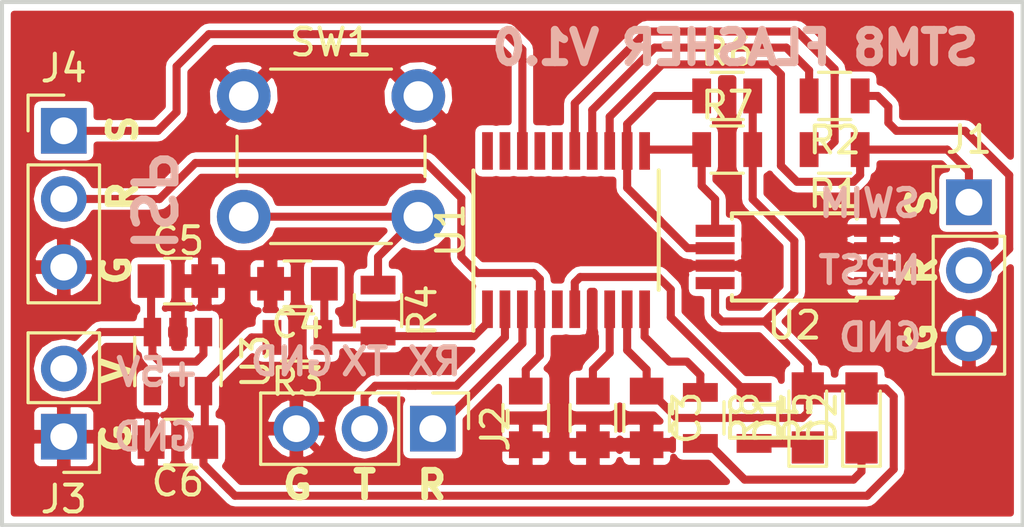
<source format=kicad_pcb>
(kicad_pcb (version 20171130) (host pcbnew no-vcs-found-75b21d0~61~ubuntu14.04.1)

  (general
    (thickness 1.6)
    (drawings 25)
    (tracks 181)
    (zones 0)
    (modules 24)
    (nets 27)
  )

  (page A4)
  (layers
    (0 F.Cu signal)
    (31 B.Cu signal)
    (32 B.Adhes user)
    (33 F.Adhes user)
    (34 B.Paste user)
    (35 F.Paste user)
    (36 B.SilkS user)
    (37 F.SilkS user)
    (38 B.Mask user)
    (39 F.Mask user)
    (40 Dwgs.User user)
    (41 Cmts.User user)
    (42 Eco1.User user)
    (43 Eco2.User user)
    (44 Edge.Cuts user)
    (45 Margin user)
    (46 B.CrtYd user)
    (47 F.CrtYd user)
    (48 B.Fab user hide)
    (49 F.Fab user hide)
  )

  (setup
    (last_trace_width 0.3)
    (user_trace_width 0.3)
    (trace_clearance 0.2)
    (zone_clearance 0.25)
    (zone_45_only no)
    (trace_min 0.3)
    (segment_width 0.2)
    (edge_width 0.15)
    (via_size 0.8)
    (via_drill 0.4)
    (via_min_size 0.4)
    (via_min_drill 0.3)
    (uvia_size 0.3)
    (uvia_drill 0.1)
    (uvias_allowed no)
    (uvia_min_size 0.2)
    (uvia_min_drill 0.1)
    (pcb_text_width 0.3)
    (pcb_text_size 1.5 1.5)
    (mod_edge_width 0.15)
    (mod_text_size 1 1)
    (mod_text_width 0.15)
    (pad_size 1.4 0.4)
    (pad_drill 0)
    (pad_to_mask_clearance 0.2)
    (aux_axis_origin 0 0)
    (visible_elements FFFBEF7F)
    (pcbplotparams
      (layerselection 0x010b0_7fffffff)
      (usegerberextensions false)
      (usegerberattributes true)
      (usegerberadvancedattributes true)
      (creategerberjobfile true)
      (excludeedgelayer true)
      (linewidth 0.100000)
      (plotframeref false)
      (viasonmask false)
      (mode 1)
      (useauxorigin false)
      (hpglpennumber 1)
      (hpglpenspeed 20)
      (hpglpendiameter 15)
      (psnegative false)
      (psa4output false)
      (plotreference false)
      (plotvalue false)
      (plotinvisibletext false)
      (padsonsilk false)
      (subtractmaskfromsilk false)
      (outputformat 1)
      (mirror false)
      (drillshape 0)
      (scaleselection 1)
      (outputdirectory Gerbers/STM8FLASHER/))
  )

  (net 0 "")
  (net 1 GND)
  (net 2 "Net-(C1-Pad1)")
  (net 3 "Net-(C2-Pad1)")
  (net 4 +3V3)
  (net 5 PROG_SWITCH)
  (net 6 VCC)
  (net 7 "Net-(D1-Pad1)")
  (net 8 "Net-(D2-Pad1)")
  (net 9 SWIM_INT)
  (net 10 UART_RX)
  (net 11 UART_TX)
  (net 12 SWIM_NRST)
  (net 13 "Net-(R4-Pad1)")
  (net 14 LED_RED)
  (net 15 I2C_SCL)
  (net 16 I2C_SDA)
  (net 17 LED_GREEN)
  (net 18 "Net-(U1-Pad19)")
  (net 19 "Net-(U1-Pad20)")
  (net 20 "Net-(U3-Pad4)")
  (net 21 "Net-(J1-Pad2)")
  (net 22 "Net-(U1-Pad5)")
  (net 23 "Net-(J4-Pad1)")
  (net 24 SWIM_OUT)
  (net 25 "Net-(U1-Pad16)")
  (net 26 "Net-(U1-Pad17)")

  (net_class Default "This is the default net class."
    (clearance 0.2)
    (trace_width 0.3)
    (via_dia 0.8)
    (via_drill 0.4)
    (uvia_dia 0.3)
    (uvia_drill 0.1)
    (diff_pair_gap 0.25)
    (diff_pair_width 0.3)
    (add_net +3V3)
    (add_net GND)
    (add_net I2C_SCL)
    (add_net I2C_SDA)
    (add_net LED_GREEN)
    (add_net LED_RED)
    (add_net "Net-(C1-Pad1)")
    (add_net "Net-(C2-Pad1)")
    (add_net "Net-(D1-Pad1)")
    (add_net "Net-(D2-Pad1)")
    (add_net "Net-(J1-Pad2)")
    (add_net "Net-(J4-Pad1)")
    (add_net "Net-(R4-Pad1)")
    (add_net "Net-(U1-Pad16)")
    (add_net "Net-(U1-Pad17)")
    (add_net "Net-(U1-Pad19)")
    (add_net "Net-(U1-Pad20)")
    (add_net "Net-(U1-Pad5)")
    (add_net "Net-(U3-Pad4)")
    (add_net PROG_SWITCH)
    (add_net SWIM_INT)
    (add_net SWIM_NRST)
    (add_net SWIM_OUT)
    (add_net UART_RX)
    (add_net UART_TX)
    (add_net VCC)
  )

  (module Pin_Headers:Pin_Header_Straight_1x03_Pitch2.54mm (layer F.Cu) (tedit 59650532) (tstamp 59C8F749)
    (at 101.04 135.4 270)
    (descr "Through hole straight pin header, 1x03, 2.54mm pitch, single row")
    (tags "Through hole pin header THT 1x03 2.54mm single row")
    (path /59C10E6F)
    (fp_text reference J2 (at 0 -2.33 270) (layer F.SilkS)
      (effects (font (size 1 1) (thickness 0.15)))
    )
    (fp_text value UART_PORT (at 0 7.41 270) (layer F.Fab)
      (effects (font (size 1 1) (thickness 0.15)))
    )
    (fp_text user %R (at 0 2.54) (layer F.Fab)
      (effects (font (size 1 1) (thickness 0.15)))
    )
    (fp_line (start 1.8 -1.8) (end -1.8 -1.8) (layer F.CrtYd) (width 0.05))
    (fp_line (start 1.8 6.85) (end 1.8 -1.8) (layer F.CrtYd) (width 0.05))
    (fp_line (start -1.8 6.85) (end 1.8 6.85) (layer F.CrtYd) (width 0.05))
    (fp_line (start -1.8 -1.8) (end -1.8 6.85) (layer F.CrtYd) (width 0.05))
    (fp_line (start -1.33 -1.33) (end 0 -1.33) (layer F.SilkS) (width 0.12))
    (fp_line (start -1.33 0) (end -1.33 -1.33) (layer F.SilkS) (width 0.12))
    (fp_line (start -1.33 1.27) (end 1.33 1.27) (layer F.SilkS) (width 0.12))
    (fp_line (start 1.33 1.27) (end 1.33 6.41) (layer F.SilkS) (width 0.12))
    (fp_line (start -1.33 1.27) (end -1.33 6.41) (layer F.SilkS) (width 0.12))
    (fp_line (start -1.33 6.41) (end 1.33 6.41) (layer F.SilkS) (width 0.12))
    (fp_line (start -1.27 -0.635) (end -0.635 -1.27) (layer F.Fab) (width 0.1))
    (fp_line (start -1.27 6.35) (end -1.27 -0.635) (layer F.Fab) (width 0.1))
    (fp_line (start 1.27 6.35) (end -1.27 6.35) (layer F.Fab) (width 0.1))
    (fp_line (start 1.27 -1.27) (end 1.27 6.35) (layer F.Fab) (width 0.1))
    (fp_line (start -0.635 -1.27) (end 1.27 -1.27) (layer F.Fab) (width 0.1))
    (pad 3 thru_hole oval (at 0 5.08 270) (size 1.7 1.7) (drill 1) (layers *.Cu *.Mask)
      (net 1 GND))
    (pad 2 thru_hole oval (at 0 2.54 270) (size 1.7 1.7) (drill 1) (layers *.Cu *.Mask)
      (net 11 UART_TX))
    (pad 1 thru_hole rect (at 0 0 270) (size 1.7 1.7) (drill 1) (layers *.Cu *.Mask)
      (net 10 UART_RX))
    (model ${KISYS3DMOD}/Pin_Headers.3dshapes/Pin_Header_Straight_1x03_Pitch2.54mm.wrl
      (at (xyz 0 0 0))
      (scale (xyz 1 1 1))
      (rotate (xyz 0 0 0))
    )
  )

  (module Resistors_SMD:R_0805 (layer F.Cu) (tedit 58E0A804) (tstamp 59C8F7E7)
    (at 111 135 270)
    (descr "Resistor SMD 0805, reflow soldering, Vishay (see dcrcw.pdf)")
    (tags "resistor 0805")
    (path /59C1305C)
    (attr smd)
    (fp_text reference R8 (at 0 -1.65 270) (layer F.SilkS)
      (effects (font (size 1 1) (thickness 0.15)))
    )
    (fp_text value 330 (at 0 1.75 270) (layer F.Fab)
      (effects (font (size 1 1) (thickness 0.15)))
    )
    (fp_line (start 1.55 0.9) (end -1.55 0.9) (layer F.CrtYd) (width 0.05))
    (fp_line (start 1.55 0.9) (end 1.55 -0.9) (layer F.CrtYd) (width 0.05))
    (fp_line (start -1.55 -0.9) (end -1.55 0.9) (layer F.CrtYd) (width 0.05))
    (fp_line (start -1.55 -0.9) (end 1.55 -0.9) (layer F.CrtYd) (width 0.05))
    (fp_line (start -0.6 -0.88) (end 0.6 -0.88) (layer F.SilkS) (width 0.12))
    (fp_line (start 0.6 0.88) (end -0.6 0.88) (layer F.SilkS) (width 0.12))
    (fp_line (start -1 -0.62) (end 1 -0.62) (layer F.Fab) (width 0.1))
    (fp_line (start 1 -0.62) (end 1 0.62) (layer F.Fab) (width 0.1))
    (fp_line (start 1 0.62) (end -1 0.62) (layer F.Fab) (width 0.1))
    (fp_line (start -1 0.62) (end -1 -0.62) (layer F.Fab) (width 0.1))
    (fp_text user %R (at 0 0 270) (layer F.Fab)
      (effects (font (size 0.5 0.5) (thickness 0.075)))
    )
    (pad 2 smd rect (at 0.95 0 270) (size 0.7 1.3) (layers F.Cu F.Paste F.Mask)
      (net 8 "Net-(D2-Pad1)"))
    (pad 1 smd rect (at -0.95 0 270) (size 0.7 1.3) (layers F.Cu F.Paste F.Mask)
      (net 17 LED_GREEN))
    (model ${KISYS3DMOD}/Resistors_SMD.3dshapes/R_0805.wrl
      (at (xyz 0 0 0))
      (scale (xyz 1 1 1))
      (rotate (xyz 0 0 0))
    )
  )

  (module Housings_SSOP:TSSOP-20_4.4x6.5mm_Pitch0.65mm (layer F.Cu) (tedit 59CB89AD) (tstamp 59C8F82A)
    (at 106 128 90)
    (descr "20-Lead Plastic Thin Shrink Small Outline (ST)-4.4 mm Body [TSSOP] (see Microchip Packaging Specification 00000049BS.pdf)")
    (tags "SSOP 0.65")
    (path /59C0F5D5)
    (attr smd)
    (fp_text reference U1 (at 0 -4.3 90) (layer F.SilkS)
      (effects (font (size 1 1) (thickness 0.15)))
    )
    (fp_text value STM8S003F3P (at 0 4.3 90) (layer F.Fab)
      (effects (font (size 1 1) (thickness 0.15)))
    )
    (fp_line (start -1.2 -3.25) (end 2.2 -3.25) (layer F.Fab) (width 0.15))
    (fp_line (start 2.2 -3.25) (end 2.2 3.25) (layer F.Fab) (width 0.15))
    (fp_line (start 2.2 3.25) (end -2.2 3.25) (layer F.Fab) (width 0.15))
    (fp_line (start -2.2 3.25) (end -2.2 -2.25) (layer F.Fab) (width 0.15))
    (fp_line (start -2.2 -2.25) (end -1.2 -3.25) (layer F.Fab) (width 0.15))
    (fp_line (start -3.95 -3.55) (end -3.95 3.55) (layer F.CrtYd) (width 0.05))
    (fp_line (start 3.95 -3.55) (end 3.95 3.55) (layer F.CrtYd) (width 0.05))
    (fp_line (start -3.95 -3.55) (end 3.95 -3.55) (layer F.CrtYd) (width 0.05))
    (fp_line (start -3.95 3.55) (end 3.95 3.55) (layer F.CrtYd) (width 0.05))
    (fp_line (start -2.225 3.45) (end 2.225 3.45) (layer F.SilkS) (width 0.15))
    (fp_line (start -3.75 -3.45) (end 2.225 -3.45) (layer F.SilkS) (width 0.15))
    (fp_text user %R (at 0 0 90) (layer F.Fab)
      (effects (font (size 0.8 0.8) (thickness 0.15)))
    )
    (pad 1 smd rect (at -2.95 -2.925 90) (size 1.4 0.4) (layers F.Cu F.Paste F.Mask)
      (net 5 PROG_SWITCH))
    (pad 2 smd rect (at -2.95 -2.275 90) (size 1.4 0.4) (layers F.Cu F.Paste F.Mask)
      (net 11 UART_TX))
    (pad 3 smd rect (at -2.95 -1.625 90) (size 1.4 0.4) (layers F.Cu F.Paste F.Mask)
      (net 10 UART_RX))
    (pad 4 smd rect (at -2.95 -0.975 90) (size 1.4 0.4) (layers F.Cu F.Paste F.Mask)
      (net 2 "Net-(C1-Pad1)"))
    (pad 5 smd rect (at -2.95 -0.325 90) (size 1.4 0.4) (layers F.Cu F.Paste F.Mask)
      (net 22 "Net-(U1-Pad5)"))
    (pad 6 smd rect (at -2.95 0.325 90) (size 1.4 0.4) (layers F.Cu F.Paste F.Mask)
      (net 14 LED_RED))
    (pad 7 smd rect (at -2.95 0.975 90) (size 1.4 0.4) (layers F.Cu F.Paste F.Mask)
      (net 1 GND))
    (pad 8 smd rect (at -2.95 1.625 90) (size 1.4 0.4) (layers F.Cu F.Paste F.Mask)
      (net 3 "Net-(C2-Pad1)"))
    (pad 9 smd rect (at -2.95 2.275 90) (size 1.4 0.4) (layers F.Cu F.Paste F.Mask)
      (net 4 +3V3))
    (pad 10 smd rect (at -2.95 2.925 90) (size 1.4 0.4) (layers F.Cu F.Paste F.Mask)
      (net 17 LED_GREEN))
    (pad 11 smd rect (at 2.95 2.925 90) (size 1.4 0.4) (layers F.Cu F.Paste F.Mask)
      (net 16 I2C_SDA))
    (pad 12 smd rect (at 2.95 2.275 90) (size 1.4 0.4) (layers F.Cu F.Paste F.Mask)
      (net 15 I2C_SCL))
    (pad 13 smd rect (at 2.95 1.625 90) (size 1.4 0.4) (layers F.Cu F.Paste F.Mask)
      (net 9 SWIM_INT))
    (pad 14 smd rect (at 2.95 0.975 90) (size 1.4 0.4) (layers F.Cu F.Paste F.Mask)
      (net 12 SWIM_NRST))
    (pad 15 smd rect (at 2.95 0.325 90) (size 1.4 0.4) (layers F.Cu F.Paste F.Mask)
      (net 24 SWIM_OUT))
    (pad 16 smd rect (at 2.95 -0.325 90) (size 1.4 0.4) (layers F.Cu F.Paste F.Mask)
      (net 25 "Net-(U1-Pad16)"))
    (pad 17 smd rect (at 2.95 -0.975 90) (size 1.4 0.4) (layers F.Cu F.Paste F.Mask)
      (net 26 "Net-(U1-Pad17)"))
    (pad 18 smd rect (at 2.95 -1.625 90) (size 1.4 0.4) (layers F.Cu F.Paste F.Mask)
      (net 23 "Net-(J4-Pad1)"))
    (pad 19 smd rect (at 2.95 -2.275 90) (size 1.4 0.4) (layers F.Cu F.Paste F.Mask)
      (net 18 "Net-(U1-Pad19)"))
    (pad 20 smd rect (at 2.95 -2.925 90) (size 1.4 0.4) (layers F.Cu F.Paste F.Mask)
      (net 19 "Net-(U1-Pad20)"))
    (model ${KISYS3DMOD}/Housings_SSOP.3dshapes/TSSOP-20_4.4x6.5mm_Pitch0.65mm.wrl
      (at (xyz 0 0 0))
      (scale (xyz 1 1 1))
      (rotate (xyz 0 0 0))
    )
  )

  (module Capacitors_SMD:C_0805 (layer F.Cu) (tedit 5A37847C) (tstamp 59C8F69A)
    (at 104.5 135 270)
    (descr "Capacitor SMD 0805, reflow soldering, AVX (see smccp.pdf)")
    (tags "capacitor 0805")
    (path /59C0F653)
    (attr smd)
    (fp_text reference C1 (at 0 -1.5 270) (layer F.SilkS) hide
      (effects (font (size 1 1) (thickness 0.15)))
    )
    (fp_text value 0.1uF (at 0 1.75 270) (layer F.Fab)
      (effects (font (size 1 1) (thickness 0.15)))
    )
    (fp_line (start 1.75 0.87) (end -1.75 0.87) (layer F.CrtYd) (width 0.05))
    (fp_line (start 1.75 0.87) (end 1.75 -0.88) (layer F.CrtYd) (width 0.05))
    (fp_line (start -1.75 -0.88) (end -1.75 0.87) (layer F.CrtYd) (width 0.05))
    (fp_line (start -1.75 -0.88) (end 1.75 -0.88) (layer F.CrtYd) (width 0.05))
    (fp_line (start -0.5 0.85) (end 0.5 0.85) (layer F.SilkS) (width 0.12))
    (fp_line (start 0.5 -0.85) (end -0.5 -0.85) (layer F.SilkS) (width 0.12))
    (fp_line (start -1 -0.62) (end 1 -0.62) (layer F.Fab) (width 0.1))
    (fp_line (start 1 -0.62) (end 1 0.62) (layer F.Fab) (width 0.1))
    (fp_line (start 1 0.62) (end -1 0.62) (layer F.Fab) (width 0.1))
    (fp_line (start -1 0.62) (end -1 -0.62) (layer F.Fab) (width 0.1))
    (fp_text user %R (at 0 -1.5 270) (layer F.Fab)
      (effects (font (size 1 1) (thickness 0.15)))
    )
    (pad 2 smd rect (at 1 0 270) (size 1 1.25) (layers F.Cu F.Paste F.Mask)
      (net 1 GND))
    (pad 1 smd rect (at -1 0 270) (size 1 1.25) (layers F.Cu F.Paste F.Mask)
      (net 2 "Net-(C1-Pad1)"))
    (model Capacitors_SMD.3dshapes/C_0805.wrl
      (at (xyz 0 0 0))
      (scale (xyz 1 1 1))
      (rotate (xyz 0 0 0))
    )
  )

  (module Capacitors_SMD:C_0805 (layer F.Cu) (tedit 5A37848A) (tstamp 59C8F6AB)
    (at 107 135 270)
    (descr "Capacitor SMD 0805, reflow soldering, AVX (see smccp.pdf)")
    (tags "capacitor 0805")
    (path /59C0F6D1)
    (attr smd)
    (fp_text reference C2 (at 0 -1.5 270) (layer F.SilkS) hide
      (effects (font (size 1 1) (thickness 0.15)))
    )
    (fp_text value 1uF (at 0 1.75 270) (layer F.Fab)
      (effects (font (size 1 1) (thickness 0.15)))
    )
    (fp_text user %R (at 0 -1.5 270) (layer F.Fab)
      (effects (font (size 1 1) (thickness 0.15)))
    )
    (fp_line (start -1 0.62) (end -1 -0.62) (layer F.Fab) (width 0.1))
    (fp_line (start 1 0.62) (end -1 0.62) (layer F.Fab) (width 0.1))
    (fp_line (start 1 -0.62) (end 1 0.62) (layer F.Fab) (width 0.1))
    (fp_line (start -1 -0.62) (end 1 -0.62) (layer F.Fab) (width 0.1))
    (fp_line (start 0.5 -0.85) (end -0.5 -0.85) (layer F.SilkS) (width 0.12))
    (fp_line (start -0.5 0.85) (end 0.5 0.85) (layer F.SilkS) (width 0.12))
    (fp_line (start -1.75 -0.88) (end 1.75 -0.88) (layer F.CrtYd) (width 0.05))
    (fp_line (start -1.75 -0.88) (end -1.75 0.87) (layer F.CrtYd) (width 0.05))
    (fp_line (start 1.75 0.87) (end 1.75 -0.88) (layer F.CrtYd) (width 0.05))
    (fp_line (start 1.75 0.87) (end -1.75 0.87) (layer F.CrtYd) (width 0.05))
    (pad 1 smd rect (at -1 0 270) (size 1 1.25) (layers F.Cu F.Paste F.Mask)
      (net 3 "Net-(C2-Pad1)"))
    (pad 2 smd rect (at 1 0 270) (size 1 1.25) (layers F.Cu F.Paste F.Mask)
      (net 1 GND))
    (model Capacitors_SMD.3dshapes/C_0805.wrl
      (at (xyz 0 0 0))
      (scale (xyz 1 1 1))
      (rotate (xyz 0 0 0))
    )
  )

  (module Capacitors_SMD:C_0805 (layer F.Cu) (tedit 58AA8463) (tstamp 59C8F6BC)
    (at 109 135 270)
    (descr "Capacitor SMD 0805, reflow soldering, AVX (see smccp.pdf)")
    (tags "capacitor 0805")
    (path /59C0F723)
    (attr smd)
    (fp_text reference C3 (at 0 -1.5 270) (layer F.SilkS)
      (effects (font (size 1 1) (thickness 0.15)))
    )
    (fp_text value 10uF (at 0 1.75 270) (layer F.Fab)
      (effects (font (size 1 1) (thickness 0.15)))
    )
    (fp_line (start 1.75 0.87) (end -1.75 0.87) (layer F.CrtYd) (width 0.05))
    (fp_line (start 1.75 0.87) (end 1.75 -0.88) (layer F.CrtYd) (width 0.05))
    (fp_line (start -1.75 -0.88) (end -1.75 0.87) (layer F.CrtYd) (width 0.05))
    (fp_line (start -1.75 -0.88) (end 1.75 -0.88) (layer F.CrtYd) (width 0.05))
    (fp_line (start -0.5 0.85) (end 0.5 0.85) (layer F.SilkS) (width 0.12))
    (fp_line (start 0.5 -0.85) (end -0.5 -0.85) (layer F.SilkS) (width 0.12))
    (fp_line (start -1 -0.62) (end 1 -0.62) (layer F.Fab) (width 0.1))
    (fp_line (start 1 -0.62) (end 1 0.62) (layer F.Fab) (width 0.1))
    (fp_line (start 1 0.62) (end -1 0.62) (layer F.Fab) (width 0.1))
    (fp_line (start -1 0.62) (end -1 -0.62) (layer F.Fab) (width 0.1))
    (fp_text user %R (at 0 -1.5 270) (layer F.Fab)
      (effects (font (size 1 1) (thickness 0.15)))
    )
    (pad 2 smd rect (at 1 0 270) (size 1 1.25) (layers F.Cu F.Paste F.Mask)
      (net 1 GND))
    (pad 1 smd rect (at -1 0 270) (size 1 1.25) (layers F.Cu F.Paste F.Mask)
      (net 4 +3V3))
    (model Capacitors_SMD.3dshapes/C_0805.wrl
      (at (xyz 0 0 0))
      (scale (xyz 1 1 1))
      (rotate (xyz 0 0 0))
    )
  )

  (module Capacitors_SMD:C_0805 (layer F.Cu) (tedit 58AA8463) (tstamp 59C8F6CD)
    (at 96 130 180)
    (descr "Capacitor SMD 0805, reflow soldering, AVX (see smccp.pdf)")
    (tags "capacitor 0805")
    (path /59C1512B)
    (attr smd)
    (fp_text reference C4 (at 0 -1.5 180) (layer F.SilkS)
      (effects (font (size 1 1) (thickness 0.15)))
    )
    (fp_text value 0.1uF (at 0 1.75 180) (layer F.Fab)
      (effects (font (size 1 1) (thickness 0.15)))
    )
    (fp_text user %R (at 0 -1.5 180) (layer F.Fab)
      (effects (font (size 1 1) (thickness 0.15)))
    )
    (fp_line (start -1 0.62) (end -1 -0.62) (layer F.Fab) (width 0.1))
    (fp_line (start 1 0.62) (end -1 0.62) (layer F.Fab) (width 0.1))
    (fp_line (start 1 -0.62) (end 1 0.62) (layer F.Fab) (width 0.1))
    (fp_line (start -1 -0.62) (end 1 -0.62) (layer F.Fab) (width 0.1))
    (fp_line (start 0.5 -0.85) (end -0.5 -0.85) (layer F.SilkS) (width 0.12))
    (fp_line (start -0.5 0.85) (end 0.5 0.85) (layer F.SilkS) (width 0.12))
    (fp_line (start -1.75 -0.88) (end 1.75 -0.88) (layer F.CrtYd) (width 0.05))
    (fp_line (start -1.75 -0.88) (end -1.75 0.87) (layer F.CrtYd) (width 0.05))
    (fp_line (start 1.75 0.87) (end 1.75 -0.88) (layer F.CrtYd) (width 0.05))
    (fp_line (start 1.75 0.87) (end -1.75 0.87) (layer F.CrtYd) (width 0.05))
    (pad 1 smd rect (at -1 0 180) (size 1 1.25) (layers F.Cu F.Paste F.Mask)
      (net 5 PROG_SWITCH))
    (pad 2 smd rect (at 1 0 180) (size 1 1.25) (layers F.Cu F.Paste F.Mask)
      (net 1 GND))
    (model Capacitors_SMD.3dshapes/C_0805.wrl
      (at (xyz 0 0 0))
      (scale (xyz 1 1 1))
      (rotate (xyz 0 0 0))
    )
  )

  (module Capacitors_SMD:C_0805 (layer F.Cu) (tedit 58AA8463) (tstamp 59C8F6DE)
    (at 91.55 129.9)
    (descr "Capacitor SMD 0805, reflow soldering, AVX (see smccp.pdf)")
    (tags "capacitor 0805")
    (path /59C533C2)
    (attr smd)
    (fp_text reference C5 (at 0 -1.5) (layer F.SilkS)
      (effects (font (size 1 1) (thickness 0.15)))
    )
    (fp_text value 1uF (at 0 1.75) (layer F.Fab)
      (effects (font (size 1 1) (thickness 0.15)))
    )
    (fp_line (start 1.75 0.87) (end -1.75 0.87) (layer F.CrtYd) (width 0.05))
    (fp_line (start 1.75 0.87) (end 1.75 -0.88) (layer F.CrtYd) (width 0.05))
    (fp_line (start -1.75 -0.88) (end -1.75 0.87) (layer F.CrtYd) (width 0.05))
    (fp_line (start -1.75 -0.88) (end 1.75 -0.88) (layer F.CrtYd) (width 0.05))
    (fp_line (start -0.5 0.85) (end 0.5 0.85) (layer F.SilkS) (width 0.12))
    (fp_line (start 0.5 -0.85) (end -0.5 -0.85) (layer F.SilkS) (width 0.12))
    (fp_line (start -1 -0.62) (end 1 -0.62) (layer F.Fab) (width 0.1))
    (fp_line (start 1 -0.62) (end 1 0.62) (layer F.Fab) (width 0.1))
    (fp_line (start 1 0.62) (end -1 0.62) (layer F.Fab) (width 0.1))
    (fp_line (start -1 0.62) (end -1 -0.62) (layer F.Fab) (width 0.1))
    (fp_text user %R (at 0 -1.5) (layer F.Fab)
      (effects (font (size 1 1) (thickness 0.15)))
    )
    (pad 2 smd rect (at 1 0) (size 1 1.25) (layers F.Cu F.Paste F.Mask)
      (net 1 GND))
    (pad 1 smd rect (at -1 0) (size 1 1.25) (layers F.Cu F.Paste F.Mask)
      (net 6 VCC))
    (model Capacitors_SMD.3dshapes/C_0805.wrl
      (at (xyz 0 0 0))
      (scale (xyz 1 1 1))
      (rotate (xyz 0 0 0))
    )
  )

  (module Capacitors_SMD:C_0805 (layer F.Cu) (tedit 58AA8463) (tstamp 59C8F6EF)
    (at 91.55 135.9 180)
    (descr "Capacitor SMD 0805, reflow soldering, AVX (see smccp.pdf)")
    (tags "capacitor 0805")
    (path /59C53573)
    (attr smd)
    (fp_text reference C6 (at 0 -1.5 180) (layer F.SilkS)
      (effects (font (size 1 1) (thickness 0.15)))
    )
    (fp_text value 10uF (at 0 1.75 180) (layer F.Fab)
      (effects (font (size 1 1) (thickness 0.15)))
    )
    (fp_text user %R (at 0 -1.5 180) (layer F.Fab)
      (effects (font (size 1 1) (thickness 0.15)))
    )
    (fp_line (start -1 0.62) (end -1 -0.62) (layer F.Fab) (width 0.1))
    (fp_line (start 1 0.62) (end -1 0.62) (layer F.Fab) (width 0.1))
    (fp_line (start 1 -0.62) (end 1 0.62) (layer F.Fab) (width 0.1))
    (fp_line (start -1 -0.62) (end 1 -0.62) (layer F.Fab) (width 0.1))
    (fp_line (start 0.5 -0.85) (end -0.5 -0.85) (layer F.SilkS) (width 0.12))
    (fp_line (start -0.5 0.85) (end 0.5 0.85) (layer F.SilkS) (width 0.12))
    (fp_line (start -1.75 -0.88) (end 1.75 -0.88) (layer F.CrtYd) (width 0.05))
    (fp_line (start -1.75 -0.88) (end -1.75 0.87) (layer F.CrtYd) (width 0.05))
    (fp_line (start 1.75 0.87) (end 1.75 -0.88) (layer F.CrtYd) (width 0.05))
    (fp_line (start 1.75 0.87) (end -1.75 0.87) (layer F.CrtYd) (width 0.05))
    (pad 1 smd rect (at -1 0 180) (size 1 1.25) (layers F.Cu F.Paste F.Mask)
      (net 4 +3V3))
    (pad 2 smd rect (at 1 0 180) (size 1 1.25) (layers F.Cu F.Paste F.Mask)
      (net 1 GND))
    (model Capacitors_SMD.3dshapes/C_0805.wrl
      (at (xyz 0 0 0))
      (scale (xyz 1 1 1))
      (rotate (xyz 0 0 0))
    )
  )

  (module LEDs:LED_0805 (layer F.Cu) (tedit 59959803) (tstamp 59C8F705)
    (at 115 135 90)
    (descr "LED 0805 smd package")
    (tags "LED led 0805 SMD smd SMT smt smdled SMDLED smtled SMTLED")
    (path /59C12F50)
    (attr smd)
    (fp_text reference D1 (at 0 -1.45 90) (layer F.SilkS)
      (effects (font (size 1 1) (thickness 0.15)))
    )
    (fp_text value LED (at 0 1.55 90) (layer F.Fab)
      (effects (font (size 1 1) (thickness 0.15)))
    )
    (fp_text user %R (at 0 -1.25 90) (layer F.Fab)
      (effects (font (size 0.4 0.4) (thickness 0.1)))
    )
    (fp_line (start -1.95 -0.85) (end 1.95 -0.85) (layer F.CrtYd) (width 0.05))
    (fp_line (start -1.95 0.85) (end -1.95 -0.85) (layer F.CrtYd) (width 0.05))
    (fp_line (start 1.95 0.85) (end -1.95 0.85) (layer F.CrtYd) (width 0.05))
    (fp_line (start 1.95 -0.85) (end 1.95 0.85) (layer F.CrtYd) (width 0.05))
    (fp_line (start -1.8 -0.7) (end 1 -0.7) (layer F.SilkS) (width 0.12))
    (fp_line (start -1.8 0.7) (end 1 0.7) (layer F.SilkS) (width 0.12))
    (fp_line (start -1 0.6) (end -1 -0.6) (layer F.Fab) (width 0.1))
    (fp_line (start -1 -0.6) (end 1 -0.6) (layer F.Fab) (width 0.1))
    (fp_line (start 1 -0.6) (end 1 0.6) (layer F.Fab) (width 0.1))
    (fp_line (start 1 0.6) (end -1 0.6) (layer F.Fab) (width 0.1))
    (fp_line (start 0.2 -0.4) (end 0.2 0.4) (layer F.Fab) (width 0.1))
    (fp_line (start 0.2 0.4) (end -0.4 0) (layer F.Fab) (width 0.1))
    (fp_line (start -0.4 0) (end 0.2 -0.4) (layer F.Fab) (width 0.1))
    (fp_line (start -0.4 -0.4) (end -0.4 0.4) (layer F.Fab) (width 0.1))
    (fp_line (start -1.8 -0.7) (end -1.8 0.7) (layer F.SilkS) (width 0.12))
    (pad 1 smd rect (at -1.1 0 270) (size 1.2 1.2) (layers F.Cu F.Paste F.Mask)
      (net 7 "Net-(D1-Pad1)"))
    (pad 2 smd rect (at 1.1 0 270) (size 1.2 1.2) (layers F.Cu F.Paste F.Mask)
      (net 4 +3V3))
    (model ${KISYS3DMOD}/LEDs.3dshapes/LED_0805.wrl
      (at (xyz 0 0 0))
      (scale (xyz 1 1 1))
      (rotate (xyz 0 0 180))
    )
  )

  (module LEDs:LED_0805 (layer F.Cu) (tedit 59959803) (tstamp 59C8F71B)
    (at 117 135 90)
    (descr "LED 0805 smd package")
    (tags "LED led 0805 SMD smd SMT smt smdled SMDLED smtled SMTLED")
    (path /59C12CAD)
    (attr smd)
    (fp_text reference D2 (at 0 -1.45 90) (layer F.SilkS)
      (effects (font (size 1 1) (thickness 0.15)))
    )
    (fp_text value LED (at 0 1.55 90) (layer F.Fab)
      (effects (font (size 1 1) (thickness 0.15)))
    )
    (fp_line (start -1.8 -0.7) (end -1.8 0.7) (layer F.SilkS) (width 0.12))
    (fp_line (start -0.4 -0.4) (end -0.4 0.4) (layer F.Fab) (width 0.1))
    (fp_line (start -0.4 0) (end 0.2 -0.4) (layer F.Fab) (width 0.1))
    (fp_line (start 0.2 0.4) (end -0.4 0) (layer F.Fab) (width 0.1))
    (fp_line (start 0.2 -0.4) (end 0.2 0.4) (layer F.Fab) (width 0.1))
    (fp_line (start 1 0.6) (end -1 0.6) (layer F.Fab) (width 0.1))
    (fp_line (start 1 -0.6) (end 1 0.6) (layer F.Fab) (width 0.1))
    (fp_line (start -1 -0.6) (end 1 -0.6) (layer F.Fab) (width 0.1))
    (fp_line (start -1 0.6) (end -1 -0.6) (layer F.Fab) (width 0.1))
    (fp_line (start -1.8 0.7) (end 1 0.7) (layer F.SilkS) (width 0.12))
    (fp_line (start -1.8 -0.7) (end 1 -0.7) (layer F.SilkS) (width 0.12))
    (fp_line (start 1.95 -0.85) (end 1.95 0.85) (layer F.CrtYd) (width 0.05))
    (fp_line (start 1.95 0.85) (end -1.95 0.85) (layer F.CrtYd) (width 0.05))
    (fp_line (start -1.95 0.85) (end -1.95 -0.85) (layer F.CrtYd) (width 0.05))
    (fp_line (start -1.95 -0.85) (end 1.95 -0.85) (layer F.CrtYd) (width 0.05))
    (fp_text user %R (at 0 -1.25 90) (layer F.Fab)
      (effects (font (size 0.4 0.4) (thickness 0.1)))
    )
    (pad 2 smd rect (at 1.1 0 270) (size 1.2 1.2) (layers F.Cu F.Paste F.Mask)
      (net 4 +3V3))
    (pad 1 smd rect (at -1.1 0 270) (size 1.2 1.2) (layers F.Cu F.Paste F.Mask)
      (net 8 "Net-(D2-Pad1)"))
    (model ${KISYS3DMOD}/LEDs.3dshapes/LED_0805.wrl
      (at (xyz 0 0 0))
      (scale (xyz 1 1 1))
      (rotate (xyz 0 0 180))
    )
  )

  (module Pin_Headers:Pin_Header_Straight_1x03_Pitch2.54mm (layer F.Cu) (tedit 59650532) (tstamp 59C8F732)
    (at 121 126.96)
    (descr "Through hole straight pin header, 1x03, 2.54mm pitch, single row")
    (tags "Through hole pin header THT 1x03 2.54mm single row")
    (path /59C1001A)
    (fp_text reference J1 (at 0 -2.33) (layer F.SilkS)
      (effects (font (size 1 1) (thickness 0.15)))
    )
    (fp_text value SWIM_PORT (at 0 7.41) (layer F.Fab)
      (effects (font (size 1 1) (thickness 0.15)))
    )
    (fp_line (start -0.635 -1.27) (end 1.27 -1.27) (layer F.Fab) (width 0.1))
    (fp_line (start 1.27 -1.27) (end 1.27 6.35) (layer F.Fab) (width 0.1))
    (fp_line (start 1.27 6.35) (end -1.27 6.35) (layer F.Fab) (width 0.1))
    (fp_line (start -1.27 6.35) (end -1.27 -0.635) (layer F.Fab) (width 0.1))
    (fp_line (start -1.27 -0.635) (end -0.635 -1.27) (layer F.Fab) (width 0.1))
    (fp_line (start -1.33 6.41) (end 1.33 6.41) (layer F.SilkS) (width 0.12))
    (fp_line (start -1.33 1.27) (end -1.33 6.41) (layer F.SilkS) (width 0.12))
    (fp_line (start 1.33 1.27) (end 1.33 6.41) (layer F.SilkS) (width 0.12))
    (fp_line (start -1.33 1.27) (end 1.33 1.27) (layer F.SilkS) (width 0.12))
    (fp_line (start -1.33 0) (end -1.33 -1.33) (layer F.SilkS) (width 0.12))
    (fp_line (start -1.33 -1.33) (end 0 -1.33) (layer F.SilkS) (width 0.12))
    (fp_line (start -1.8 -1.8) (end -1.8 6.85) (layer F.CrtYd) (width 0.05))
    (fp_line (start -1.8 6.85) (end 1.8 6.85) (layer F.CrtYd) (width 0.05))
    (fp_line (start 1.8 6.85) (end 1.8 -1.8) (layer F.CrtYd) (width 0.05))
    (fp_line (start 1.8 -1.8) (end -1.8 -1.8) (layer F.CrtYd) (width 0.05))
    (fp_text user %R (at 0 2.54 90) (layer F.Fab)
      (effects (font (size 1 1) (thickness 0.15)))
    )
    (pad 1 thru_hole rect (at 0 0) (size 1.7 1.7) (drill 1) (layers *.Cu *.Mask)
      (net 9 SWIM_INT))
    (pad 2 thru_hole oval (at 0 2.54) (size 1.7 1.7) (drill 1) (layers *.Cu *.Mask)
      (net 21 "Net-(J1-Pad2)"))
    (pad 3 thru_hole oval (at 0 5.08) (size 1.7 1.7) (drill 1) (layers *.Cu *.Mask)
      (net 1 GND))
    (model ${KISYS3DMOD}/Pin_Headers.3dshapes/Pin_Header_Straight_1x03_Pitch2.54mm.wrl
      (at (xyz 0 0 0))
      (scale (xyz 1 1 1))
      (rotate (xyz 0 0 0))
    )
  )

  (module Pin_Headers:Pin_Header_Straight_1x02_Pitch2.54mm (layer F.Cu) (tedit 59650532) (tstamp 59C8F75F)
    (at 87.3 135.7 180)
    (descr "Through hole straight pin header, 1x02, 2.54mm pitch, single row")
    (tags "Through hole pin header THT 1x02 2.54mm single row")
    (path /59C53E9C)
    (fp_text reference J3 (at 0 -2.33 180) (layer F.SilkS)
      (effects (font (size 1 1) (thickness 0.15)))
    )
    (fp_text value Power (at 0 4.87 180) (layer F.Fab)
      (effects (font (size 1 1) (thickness 0.15)))
    )
    (fp_line (start -0.635 -1.27) (end 1.27 -1.27) (layer F.Fab) (width 0.1))
    (fp_line (start 1.27 -1.27) (end 1.27 3.81) (layer F.Fab) (width 0.1))
    (fp_line (start 1.27 3.81) (end -1.27 3.81) (layer F.Fab) (width 0.1))
    (fp_line (start -1.27 3.81) (end -1.27 -0.635) (layer F.Fab) (width 0.1))
    (fp_line (start -1.27 -0.635) (end -0.635 -1.27) (layer F.Fab) (width 0.1))
    (fp_line (start -1.33 3.87) (end 1.33 3.87) (layer F.SilkS) (width 0.12))
    (fp_line (start -1.33 1.27) (end -1.33 3.87) (layer F.SilkS) (width 0.12))
    (fp_line (start 1.33 1.27) (end 1.33 3.87) (layer F.SilkS) (width 0.12))
    (fp_line (start -1.33 1.27) (end 1.33 1.27) (layer F.SilkS) (width 0.12))
    (fp_line (start -1.33 0) (end -1.33 -1.33) (layer F.SilkS) (width 0.12))
    (fp_line (start -1.33 -1.33) (end 0 -1.33) (layer F.SilkS) (width 0.12))
    (fp_line (start -1.8 -1.8) (end -1.8 4.35) (layer F.CrtYd) (width 0.05))
    (fp_line (start -1.8 4.35) (end 1.8 4.35) (layer F.CrtYd) (width 0.05))
    (fp_line (start 1.8 4.35) (end 1.8 -1.8) (layer F.CrtYd) (width 0.05))
    (fp_line (start 1.8 -1.8) (end -1.8 -1.8) (layer F.CrtYd) (width 0.05))
    (fp_text user %R (at 0 1.27 270) (layer F.Fab)
      (effects (font (size 1 1) (thickness 0.15)))
    )
    (pad 1 thru_hole rect (at 0 0 180) (size 1.7 1.7) (drill 1) (layers *.Cu *.Mask)
      (net 1 GND))
    (pad 2 thru_hole oval (at 0 2.54 180) (size 1.7 1.7) (drill 1) (layers *.Cu *.Mask)
      (net 6 VCC))
    (model ${KISYS3DMOD}/Pin_Headers.3dshapes/Pin_Header_Straight_1x02_Pitch2.54mm.wrl
      (at (xyz 0 0 0))
      (scale (xyz 1 1 1))
      (rotate (xyz 0 0 0))
    )
  )

  (module Resistors_SMD:R_0805 (layer F.Cu) (tedit 58E0A804) (tstamp 59C8F770)
    (at 116 125 180)
    (descr "Resistor SMD 0805, reflow soldering, Vishay (see dcrcw.pdf)")
    (tags "resistor 0805")
    (path /59C0FA26)
    (attr smd)
    (fp_text reference R1 (at 0 -1.65 180) (layer F.SilkS)
      (effects (font (size 1 1) (thickness 0.15)))
    )
    (fp_text value 680 (at 0 1.75 180) (layer F.Fab)
      (effects (font (size 1 1) (thickness 0.15)))
    )
    (fp_line (start 1.55 0.9) (end -1.55 0.9) (layer F.CrtYd) (width 0.05))
    (fp_line (start 1.55 0.9) (end 1.55 -0.9) (layer F.CrtYd) (width 0.05))
    (fp_line (start -1.55 -0.9) (end -1.55 0.9) (layer F.CrtYd) (width 0.05))
    (fp_line (start -1.55 -0.9) (end 1.55 -0.9) (layer F.CrtYd) (width 0.05))
    (fp_line (start -0.6 -0.88) (end 0.6 -0.88) (layer F.SilkS) (width 0.12))
    (fp_line (start 0.6 0.88) (end -0.6 0.88) (layer F.SilkS) (width 0.12))
    (fp_line (start -1 -0.62) (end 1 -0.62) (layer F.Fab) (width 0.1))
    (fp_line (start 1 -0.62) (end 1 0.62) (layer F.Fab) (width 0.1))
    (fp_line (start 1 0.62) (end -1 0.62) (layer F.Fab) (width 0.1))
    (fp_line (start -1 0.62) (end -1 -0.62) (layer F.Fab) (width 0.1))
    (fp_text user %R (at 0 0 180) (layer F.Fab)
      (effects (font (size 0.5 0.5) (thickness 0.075)))
    )
    (pad 2 smd rect (at 0.95 0 180) (size 0.7 1.3) (layers F.Cu F.Paste F.Mask)
      (net 24 SWIM_OUT))
    (pad 1 smd rect (at -0.95 0 180) (size 0.7 1.3) (layers F.Cu F.Paste F.Mask)
      (net 9 SWIM_INT))
    (model ${KISYS3DMOD}/Resistors_SMD.3dshapes/R_0805.wrl
      (at (xyz 0 0 0))
      (scale (xyz 1 1 1))
      (rotate (xyz 0 0 0))
    )
  )

  (module Resistors_SMD:R_0805 (layer F.Cu) (tedit 58E0A804) (tstamp 59C8F781)
    (at 116 123 180)
    (descr "Resistor SMD 0805, reflow soldering, Vishay (see dcrcw.pdf)")
    (tags "resistor 0805")
    (path /59D5E22B)
    (attr smd)
    (fp_text reference R2 (at 0 -1.65 180) (layer F.SilkS)
      (effects (font (size 1 1) (thickness 0.15)))
    )
    (fp_text value 22 (at 0 1.75 180) (layer F.Fab)
      (effects (font (size 1 1) (thickness 0.15)))
    )
    (fp_text user %R (at 0 0 180) (layer F.Fab)
      (effects (font (size 0.5 0.5) (thickness 0.075)))
    )
    (fp_line (start -1 0.62) (end -1 -0.62) (layer F.Fab) (width 0.1))
    (fp_line (start 1 0.62) (end -1 0.62) (layer F.Fab) (width 0.1))
    (fp_line (start 1 -0.62) (end 1 0.62) (layer F.Fab) (width 0.1))
    (fp_line (start -1 -0.62) (end 1 -0.62) (layer F.Fab) (width 0.1))
    (fp_line (start 0.6 0.88) (end -0.6 0.88) (layer F.SilkS) (width 0.12))
    (fp_line (start -0.6 -0.88) (end 0.6 -0.88) (layer F.SilkS) (width 0.12))
    (fp_line (start -1.55 -0.9) (end 1.55 -0.9) (layer F.CrtYd) (width 0.05))
    (fp_line (start -1.55 -0.9) (end -1.55 0.9) (layer F.CrtYd) (width 0.05))
    (fp_line (start 1.55 0.9) (end 1.55 -0.9) (layer F.CrtYd) (width 0.05))
    (fp_line (start 1.55 0.9) (end -1.55 0.9) (layer F.CrtYd) (width 0.05))
    (pad 1 smd rect (at -0.95 0 180) (size 0.7 1.3) (layers F.Cu F.Paste F.Mask)
      (net 21 "Net-(J1-Pad2)"))
    (pad 2 smd rect (at 0.95 0 180) (size 0.7 1.3) (layers F.Cu F.Paste F.Mask)
      (net 12 SWIM_NRST))
    (model ${KISYS3DMOD}/Resistors_SMD.3dshapes/R_0805.wrl
      (at (xyz 0 0 0))
      (scale (xyz 1 1 1))
      (rotate (xyz 0 0 0))
    )
  )

  (module Resistors_SMD:R_0805 (layer F.Cu) (tedit 58E0A804) (tstamp 59C8F792)
    (at 96 132 180)
    (descr "Resistor SMD 0805, reflow soldering, Vishay (see dcrcw.pdf)")
    (tags "resistor 0805")
    (path /59C15857)
    (attr smd)
    (fp_text reference R3 (at 0 -1.65 180) (layer F.SilkS)
      (effects (font (size 1 1) (thickness 0.15)))
    )
    (fp_text value 10k (at 0 1.75 180) (layer F.Fab)
      (effects (font (size 1 1) (thickness 0.15)))
    )
    (fp_text user %R (at 0 0 180) (layer F.Fab)
      (effects (font (size 0.5 0.5) (thickness 0.075)))
    )
    (fp_line (start -1 0.62) (end -1 -0.62) (layer F.Fab) (width 0.1))
    (fp_line (start 1 0.62) (end -1 0.62) (layer F.Fab) (width 0.1))
    (fp_line (start 1 -0.62) (end 1 0.62) (layer F.Fab) (width 0.1))
    (fp_line (start -1 -0.62) (end 1 -0.62) (layer F.Fab) (width 0.1))
    (fp_line (start 0.6 0.88) (end -0.6 0.88) (layer F.SilkS) (width 0.12))
    (fp_line (start -0.6 -0.88) (end 0.6 -0.88) (layer F.SilkS) (width 0.12))
    (fp_line (start -1.55 -0.9) (end 1.55 -0.9) (layer F.CrtYd) (width 0.05))
    (fp_line (start -1.55 -0.9) (end -1.55 0.9) (layer F.CrtYd) (width 0.05))
    (fp_line (start 1.55 0.9) (end 1.55 -0.9) (layer F.CrtYd) (width 0.05))
    (fp_line (start 1.55 0.9) (end -1.55 0.9) (layer F.CrtYd) (width 0.05))
    (pad 1 smd rect (at -0.95 0 180) (size 0.7 1.3) (layers F.Cu F.Paste F.Mask)
      (net 5 PROG_SWITCH))
    (pad 2 smd rect (at 0.95 0 180) (size 0.7 1.3) (layers F.Cu F.Paste F.Mask)
      (net 4 +3V3))
    (model ${KISYS3DMOD}/Resistors_SMD.3dshapes/R_0805.wrl
      (at (xyz 0 0 0))
      (scale (xyz 1 1 1))
      (rotate (xyz 0 0 0))
    )
  )

  (module Resistors_SMD:R_0805 (layer F.Cu) (tedit 58E0A804) (tstamp 59C8F7A3)
    (at 99 131 270)
    (descr "Resistor SMD 0805, reflow soldering, Vishay (see dcrcw.pdf)")
    (tags "resistor 0805")
    (path /59C1532B)
    (attr smd)
    (fp_text reference R4 (at 0 -1.65 270) (layer F.SilkS)
      (effects (font (size 1 1) (thickness 0.15)))
    )
    (fp_text value 1k (at 0 1.75 270) (layer F.Fab)
      (effects (font (size 1 1) (thickness 0.15)))
    )
    (fp_line (start 1.55 0.9) (end -1.55 0.9) (layer F.CrtYd) (width 0.05))
    (fp_line (start 1.55 0.9) (end 1.55 -0.9) (layer F.CrtYd) (width 0.05))
    (fp_line (start -1.55 -0.9) (end -1.55 0.9) (layer F.CrtYd) (width 0.05))
    (fp_line (start -1.55 -0.9) (end 1.55 -0.9) (layer F.CrtYd) (width 0.05))
    (fp_line (start -0.6 -0.88) (end 0.6 -0.88) (layer F.SilkS) (width 0.12))
    (fp_line (start 0.6 0.88) (end -0.6 0.88) (layer F.SilkS) (width 0.12))
    (fp_line (start -1 -0.62) (end 1 -0.62) (layer F.Fab) (width 0.1))
    (fp_line (start 1 -0.62) (end 1 0.62) (layer F.Fab) (width 0.1))
    (fp_line (start 1 0.62) (end -1 0.62) (layer F.Fab) (width 0.1))
    (fp_line (start -1 0.62) (end -1 -0.62) (layer F.Fab) (width 0.1))
    (fp_text user %R (at 0 0 270) (layer F.Fab)
      (effects (font (size 0.5 0.5) (thickness 0.075)))
    )
    (pad 2 smd rect (at 0.95 0 270) (size 0.7 1.3) (layers F.Cu F.Paste F.Mask)
      (net 5 PROG_SWITCH))
    (pad 1 smd rect (at -0.95 0 270) (size 0.7 1.3) (layers F.Cu F.Paste F.Mask)
      (net 13 "Net-(R4-Pad1)"))
    (model ${KISYS3DMOD}/Resistors_SMD.3dshapes/R_0805.wrl
      (at (xyz 0 0 0))
      (scale (xyz 1 1 1))
      (rotate (xyz 0 0 0))
    )
  )

  (module Resistors_SMD:R_0805 (layer F.Cu) (tedit 58E0A804) (tstamp 59C8F7B4)
    (at 113 135 270)
    (descr "Resistor SMD 0805, reflow soldering, Vishay (see dcrcw.pdf)")
    (tags "resistor 0805")
    (path /59C1314F)
    (attr smd)
    (fp_text reference R5 (at 0 -1.65 270) (layer F.SilkS)
      (effects (font (size 1 1) (thickness 0.15)))
    )
    (fp_text value 330 (at 0 1.75 270) (layer F.Fab)
      (effects (font (size 1 1) (thickness 0.15)))
    )
    (fp_text user %R (at 0 0 270) (layer F.Fab)
      (effects (font (size 0.5 0.5) (thickness 0.075)))
    )
    (fp_line (start -1 0.62) (end -1 -0.62) (layer F.Fab) (width 0.1))
    (fp_line (start 1 0.62) (end -1 0.62) (layer F.Fab) (width 0.1))
    (fp_line (start 1 -0.62) (end 1 0.62) (layer F.Fab) (width 0.1))
    (fp_line (start -1 -0.62) (end 1 -0.62) (layer F.Fab) (width 0.1))
    (fp_line (start 0.6 0.88) (end -0.6 0.88) (layer F.SilkS) (width 0.12))
    (fp_line (start -0.6 -0.88) (end 0.6 -0.88) (layer F.SilkS) (width 0.12))
    (fp_line (start -1.55 -0.9) (end 1.55 -0.9) (layer F.CrtYd) (width 0.05))
    (fp_line (start -1.55 -0.9) (end -1.55 0.9) (layer F.CrtYd) (width 0.05))
    (fp_line (start 1.55 0.9) (end 1.55 -0.9) (layer F.CrtYd) (width 0.05))
    (fp_line (start 1.55 0.9) (end -1.55 0.9) (layer F.CrtYd) (width 0.05))
    (pad 1 smd rect (at -0.95 0 270) (size 0.7 1.3) (layers F.Cu F.Paste F.Mask)
      (net 14 LED_RED))
    (pad 2 smd rect (at 0.95 0 270) (size 0.7 1.3) (layers F.Cu F.Paste F.Mask)
      (net 7 "Net-(D1-Pad1)"))
    (model ${KISYS3DMOD}/Resistors_SMD.3dshapes/R_0805.wrl
      (at (xyz 0 0 0))
      (scale (xyz 1 1 1))
      (rotate (xyz 0 0 0))
    )
  )

  (module Resistors_SMD:R_0805 (layer F.Cu) (tedit 58E0A804) (tstamp 59C8F7C5)
    (at 112 123)
    (descr "Resistor SMD 0805, reflow soldering, Vishay (see dcrcw.pdf)")
    (tags "resistor 0805")
    (path /59C11FBE)
    (attr smd)
    (fp_text reference R6 (at 0 -1.65) (layer F.SilkS)
      (effects (font (size 1 1) (thickness 0.15)))
    )
    (fp_text value 4.7k (at 0 1.75) (layer F.Fab)
      (effects (font (size 1 1) (thickness 0.15)))
    )
    (fp_line (start 1.55 0.9) (end -1.55 0.9) (layer F.CrtYd) (width 0.05))
    (fp_line (start 1.55 0.9) (end 1.55 -0.9) (layer F.CrtYd) (width 0.05))
    (fp_line (start -1.55 -0.9) (end -1.55 0.9) (layer F.CrtYd) (width 0.05))
    (fp_line (start -1.55 -0.9) (end 1.55 -0.9) (layer F.CrtYd) (width 0.05))
    (fp_line (start -0.6 -0.88) (end 0.6 -0.88) (layer F.SilkS) (width 0.12))
    (fp_line (start 0.6 0.88) (end -0.6 0.88) (layer F.SilkS) (width 0.12))
    (fp_line (start -1 -0.62) (end 1 -0.62) (layer F.Fab) (width 0.1))
    (fp_line (start 1 -0.62) (end 1 0.62) (layer F.Fab) (width 0.1))
    (fp_line (start 1 0.62) (end -1 0.62) (layer F.Fab) (width 0.1))
    (fp_line (start -1 0.62) (end -1 -0.62) (layer F.Fab) (width 0.1))
    (fp_text user %R (at 0 0) (layer F.Fab)
      (effects (font (size 0.5 0.5) (thickness 0.075)))
    )
    (pad 2 smd rect (at 0.95 0) (size 0.7 1.3) (layers F.Cu F.Paste F.Mask)
      (net 4 +3V3))
    (pad 1 smd rect (at -0.95 0) (size 0.7 1.3) (layers F.Cu F.Paste F.Mask)
      (net 15 I2C_SCL))
    (model ${KISYS3DMOD}/Resistors_SMD.3dshapes/R_0805.wrl
      (at (xyz 0 0 0))
      (scale (xyz 1 1 1))
      (rotate (xyz 0 0 0))
    )
  )

  (module Resistors_SMD:R_0805 (layer F.Cu) (tedit 58E0A804) (tstamp 59C8F7D6)
    (at 112 125)
    (descr "Resistor SMD 0805, reflow soldering, Vishay (see dcrcw.pdf)")
    (tags "resistor 0805")
    (path /59C11E85)
    (attr smd)
    (fp_text reference R7 (at 0 -1.65) (layer F.SilkS)
      (effects (font (size 1 1) (thickness 0.15)))
    )
    (fp_text value 4.7k (at 0 1.75) (layer F.Fab)
      (effects (font (size 1 1) (thickness 0.15)))
    )
    (fp_text user %R (at 0 0) (layer F.Fab)
      (effects (font (size 0.5 0.5) (thickness 0.075)))
    )
    (fp_line (start -1 0.62) (end -1 -0.62) (layer F.Fab) (width 0.1))
    (fp_line (start 1 0.62) (end -1 0.62) (layer F.Fab) (width 0.1))
    (fp_line (start 1 -0.62) (end 1 0.62) (layer F.Fab) (width 0.1))
    (fp_line (start -1 -0.62) (end 1 -0.62) (layer F.Fab) (width 0.1))
    (fp_line (start 0.6 0.88) (end -0.6 0.88) (layer F.SilkS) (width 0.12))
    (fp_line (start -0.6 -0.88) (end 0.6 -0.88) (layer F.SilkS) (width 0.12))
    (fp_line (start -1.55 -0.9) (end 1.55 -0.9) (layer F.CrtYd) (width 0.05))
    (fp_line (start -1.55 -0.9) (end -1.55 0.9) (layer F.CrtYd) (width 0.05))
    (fp_line (start 1.55 0.9) (end 1.55 -0.9) (layer F.CrtYd) (width 0.05))
    (fp_line (start 1.55 0.9) (end -1.55 0.9) (layer F.CrtYd) (width 0.05))
    (pad 1 smd rect (at -0.95 0) (size 0.7 1.3) (layers F.Cu F.Paste F.Mask)
      (net 16 I2C_SDA))
    (pad 2 smd rect (at 0.95 0) (size 0.7 1.3) (layers F.Cu F.Paste F.Mask)
      (net 4 +3V3))
    (model ${KISYS3DMOD}/Resistors_SMD.3dshapes/R_0805.wrl
      (at (xyz 0 0 0))
      (scale (xyz 1 1 1))
      (rotate (xyz 0 0 0))
    )
  )

  (module Buttons_Switches_THT:SW_PUSH_6mm (layer F.Cu) (tedit 5923F252) (tstamp 59C8F806)
    (at 94 123)
    (descr https://www.omron.com/ecb/products/pdf/en-b3f.pdf)
    (tags "tact sw push 6mm")
    (path /59C14A74)
    (fp_text reference SW1 (at 3.25 -2) (layer F.SilkS)
      (effects (font (size 1 1) (thickness 0.15)))
    )
    (fp_text value PROG_BUTTON (at 3.75 6.7) (layer F.Fab)
      (effects (font (size 1 1) (thickness 0.15)))
    )
    (fp_text user %R (at 3.25 2.25) (layer F.Fab)
      (effects (font (size 1 1) (thickness 0.15)))
    )
    (fp_line (start 3.25 -0.75) (end 6.25 -0.75) (layer F.Fab) (width 0.1))
    (fp_line (start 6.25 -0.75) (end 6.25 5.25) (layer F.Fab) (width 0.1))
    (fp_line (start 6.25 5.25) (end 0.25 5.25) (layer F.Fab) (width 0.1))
    (fp_line (start 0.25 5.25) (end 0.25 -0.75) (layer F.Fab) (width 0.1))
    (fp_line (start 0.25 -0.75) (end 3.25 -0.75) (layer F.Fab) (width 0.1))
    (fp_line (start 7.75 6) (end 8 6) (layer F.CrtYd) (width 0.05))
    (fp_line (start 8 6) (end 8 5.75) (layer F.CrtYd) (width 0.05))
    (fp_line (start 7.75 -1.5) (end 8 -1.5) (layer F.CrtYd) (width 0.05))
    (fp_line (start 8 -1.5) (end 8 -1.25) (layer F.CrtYd) (width 0.05))
    (fp_line (start -1.5 -1.25) (end -1.5 -1.5) (layer F.CrtYd) (width 0.05))
    (fp_line (start -1.5 -1.5) (end -1.25 -1.5) (layer F.CrtYd) (width 0.05))
    (fp_line (start -1.5 5.75) (end -1.5 6) (layer F.CrtYd) (width 0.05))
    (fp_line (start -1.5 6) (end -1.25 6) (layer F.CrtYd) (width 0.05))
    (fp_line (start -1.25 -1.5) (end 7.75 -1.5) (layer F.CrtYd) (width 0.05))
    (fp_line (start -1.5 5.75) (end -1.5 -1.25) (layer F.CrtYd) (width 0.05))
    (fp_line (start 7.75 6) (end -1.25 6) (layer F.CrtYd) (width 0.05))
    (fp_line (start 8 -1.25) (end 8 5.75) (layer F.CrtYd) (width 0.05))
    (fp_line (start 1 5.5) (end 5.5 5.5) (layer F.SilkS) (width 0.12))
    (fp_line (start -0.25 1.5) (end -0.25 3) (layer F.SilkS) (width 0.12))
    (fp_line (start 5.5 -1) (end 1 -1) (layer F.SilkS) (width 0.12))
    (fp_line (start 6.75 3) (end 6.75 1.5) (layer F.SilkS) (width 0.12))
    (fp_circle (center 3.25 2.25) (end 1.25 2.5) (layer F.Fab) (width 0.1))
    (pad 2 thru_hole circle (at 0 4.5 90) (size 2 2) (drill 1.1) (layers *.Cu *.Mask)
      (net 13 "Net-(R4-Pad1)"))
    (pad 1 thru_hole circle (at 0 0 90) (size 2 2) (drill 1.1) (layers *.Cu *.Mask)
      (net 1 GND))
    (pad 2 thru_hole circle (at 6.5 4.5 90) (size 2 2) (drill 1.1) (layers *.Cu *.Mask)
      (net 13 "Net-(R4-Pad1)"))
    (pad 1 thru_hole circle (at 6.5 0 90) (size 2 2) (drill 1.1) (layers *.Cu *.Mask)
      (net 1 GND))
    (model ${KISYS3DMOD}/Buttons_Switches_THT.3dshapes/SW_PUSH_6mm.wrl
      (offset (xyz 0.1269999980926514 0 0))
      (scale (xyz 0.3937 0.3937 0.3937))
      (rotate (xyz 0 0 0))
    )
  )

  (module TO_SOT_Packages_SMD:SOT-23-5 (layer F.Cu) (tedit 58CE4E7E) (tstamp 59C8F85C)
    (at 91.55 132.9 270)
    (descr "5-pin SOT23 package")
    (tags SOT-23-5)
    (path /59C527A2)
    (attr smd)
    (fp_text reference U3 (at 0 -2.9 270) (layer F.SilkS)
      (effects (font (size 1 1) (thickness 0.15)))
    )
    (fp_text value MIC5205-3.3 (at 0 2.9 270) (layer F.Fab)
      (effects (font (size 1 1) (thickness 0.15)))
    )
    (fp_text user %R (at 0 0) (layer F.Fab)
      (effects (font (size 0.5 0.5) (thickness 0.075)))
    )
    (fp_line (start -0.9 1.61) (end 0.9 1.61) (layer F.SilkS) (width 0.12))
    (fp_line (start 0.9 -1.61) (end -1.55 -1.61) (layer F.SilkS) (width 0.12))
    (fp_line (start -1.9 -1.8) (end 1.9 -1.8) (layer F.CrtYd) (width 0.05))
    (fp_line (start 1.9 -1.8) (end 1.9 1.8) (layer F.CrtYd) (width 0.05))
    (fp_line (start 1.9 1.8) (end -1.9 1.8) (layer F.CrtYd) (width 0.05))
    (fp_line (start -1.9 1.8) (end -1.9 -1.8) (layer F.CrtYd) (width 0.05))
    (fp_line (start -0.9 -0.9) (end -0.25 -1.55) (layer F.Fab) (width 0.1))
    (fp_line (start 0.9 -1.55) (end -0.25 -1.55) (layer F.Fab) (width 0.1))
    (fp_line (start -0.9 -0.9) (end -0.9 1.55) (layer F.Fab) (width 0.1))
    (fp_line (start 0.9 1.55) (end -0.9 1.55) (layer F.Fab) (width 0.1))
    (fp_line (start 0.9 -1.55) (end 0.9 1.55) (layer F.Fab) (width 0.1))
    (pad 1 smd rect (at -1.1 -0.95 270) (size 1.06 0.65) (layers F.Cu F.Paste F.Mask)
      (net 6 VCC))
    (pad 2 smd rect (at -1.1 0 270) (size 1.06 0.65) (layers F.Cu F.Paste F.Mask)
      (net 1 GND))
    (pad 3 smd rect (at -1.1 0.95 270) (size 1.06 0.65) (layers F.Cu F.Paste F.Mask)
      (net 6 VCC))
    (pad 4 smd rect (at 1.1 0.95 270) (size 1.06 0.65) (layers F.Cu F.Paste F.Mask)
      (net 20 "Net-(U3-Pad4)"))
    (pad 5 smd rect (at 1.1 -0.95 270) (size 1.06 0.65) (layers F.Cu F.Paste F.Mask)
      (net 4 +3V3))
    (model ${KISYS3DMOD}/TO_SOT_Packages_SMD.3dshapes/SOT-23-5.wrl
      (at (xyz 0 0 0))
      (scale (xyz 1 1 1))
      (rotate (xyz 0 0 0))
    )
  )

  (module Pin_Headers:Pin_Header_Straight_1x03_Pitch2.54mm (layer F.Cu) (tedit 59650532) (tstamp 59D3FA51)
    (at 87.3 124.3)
    (descr "Through hole straight pin header, 1x03, 2.54mm pitch, single row")
    (tags "Through hole pin header THT 1x03 2.54mm single row")
    (path /59CB813E)
    (fp_text reference J4 (at 0 -2.33) (layer F.SilkS)
      (effects (font (size 1 1) (thickness 0.15)))
    )
    (fp_text value ISP (at 0 7.41) (layer F.Fab)
      (effects (font (size 1 1) (thickness 0.15)))
    )
    (fp_line (start -0.635 -1.27) (end 1.27 -1.27) (layer F.Fab) (width 0.1))
    (fp_line (start 1.27 -1.27) (end 1.27 6.35) (layer F.Fab) (width 0.1))
    (fp_line (start 1.27 6.35) (end -1.27 6.35) (layer F.Fab) (width 0.1))
    (fp_line (start -1.27 6.35) (end -1.27 -0.635) (layer F.Fab) (width 0.1))
    (fp_line (start -1.27 -0.635) (end -0.635 -1.27) (layer F.Fab) (width 0.1))
    (fp_line (start -1.33 6.41) (end 1.33 6.41) (layer F.SilkS) (width 0.12))
    (fp_line (start -1.33 1.27) (end -1.33 6.41) (layer F.SilkS) (width 0.12))
    (fp_line (start 1.33 1.27) (end 1.33 6.41) (layer F.SilkS) (width 0.12))
    (fp_line (start -1.33 1.27) (end 1.33 1.27) (layer F.SilkS) (width 0.12))
    (fp_line (start -1.33 0) (end -1.33 -1.33) (layer F.SilkS) (width 0.12))
    (fp_line (start -1.33 -1.33) (end 0 -1.33) (layer F.SilkS) (width 0.12))
    (fp_line (start -1.8 -1.8) (end -1.8 6.85) (layer F.CrtYd) (width 0.05))
    (fp_line (start -1.8 6.85) (end 1.8 6.85) (layer F.CrtYd) (width 0.05))
    (fp_line (start 1.8 6.85) (end 1.8 -1.8) (layer F.CrtYd) (width 0.05))
    (fp_line (start 1.8 -1.8) (end -1.8 -1.8) (layer F.CrtYd) (width 0.05))
    (fp_text user %R (at 0 2.54 90) (layer F.Fab)
      (effects (font (size 1 1) (thickness 0.15)))
    )
    (pad 1 thru_hole rect (at 0 0) (size 1.7 1.7) (drill 1) (layers *.Cu *.Mask)
      (net 23 "Net-(J4-Pad1)"))
    (pad 2 thru_hole oval (at 0 2.54) (size 1.7 1.7) (drill 1) (layers *.Cu *.Mask)
      (net 2 "Net-(C1-Pad1)"))
    (pad 3 thru_hole oval (at 0 5.08) (size 1.7 1.7) (drill 1) (layers *.Cu *.Mask)
      (net 1 GND))
    (model ${KISYS3DMOD}/Pin_Headers.3dshapes/Pin_Header_Straight_1x03_Pitch2.54mm.wrl
      (at (xyz 0 0 0))
      (scale (xyz 1 1 1))
      (rotate (xyz 0 0 0))
    )
  )

  (module Housings_SSOP:TSSOP-8_4.4x3mm_Pitch0.65mm (layer F.Cu) (tedit 54130A77) (tstamp 5A3F208A)
    (at 114.5 129 180)
    (descr "8-Lead Plastic Thin Shrink Small Outline (ST)-4.4 mm Body [TSSOP] (see Microchip Packaging Specification 00000049BS.pdf)")
    (tags "SSOP 0.65")
    (path /59C119A2)
    (attr smd)
    (fp_text reference U2 (at 0 -2.55 180) (layer F.SilkS)
      (effects (font (size 1 1) (thickness 0.15)))
    )
    (fp_text value AT24CS64-SSHM (at 0 2.55 180) (layer F.Fab)
      (effects (font (size 1 1) (thickness 0.15)))
    )
    (fp_line (start -1.2 -1.5) (end 2.2 -1.5) (layer F.Fab) (width 0.15))
    (fp_line (start 2.2 -1.5) (end 2.2 1.5) (layer F.Fab) (width 0.15))
    (fp_line (start 2.2 1.5) (end -2.2 1.5) (layer F.Fab) (width 0.15))
    (fp_line (start -2.2 1.5) (end -2.2 -0.5) (layer F.Fab) (width 0.15))
    (fp_line (start -2.2 -0.5) (end -1.2 -1.5) (layer F.Fab) (width 0.15))
    (fp_line (start -3.95 -1.8) (end -3.95 1.8) (layer F.CrtYd) (width 0.05))
    (fp_line (start 3.95 -1.8) (end 3.95 1.8) (layer F.CrtYd) (width 0.05))
    (fp_line (start -3.95 -1.8) (end 3.95 -1.8) (layer F.CrtYd) (width 0.05))
    (fp_line (start -3.95 1.8) (end 3.95 1.8) (layer F.CrtYd) (width 0.05))
    (fp_line (start -2.325 -1.625) (end -2.325 -1.525) (layer F.SilkS) (width 0.15))
    (fp_line (start 2.325 -1.625) (end 2.325 -1.425) (layer F.SilkS) (width 0.15))
    (fp_line (start 2.325 1.625) (end 2.325 1.425) (layer F.SilkS) (width 0.15))
    (fp_line (start -2.325 1.625) (end -2.325 1.425) (layer F.SilkS) (width 0.15))
    (fp_line (start -2.325 -1.625) (end 2.325 -1.625) (layer F.SilkS) (width 0.15))
    (fp_line (start -2.325 1.625) (end 2.325 1.625) (layer F.SilkS) (width 0.15))
    (fp_line (start -2.325 -1.525) (end -3.675 -1.525) (layer F.SilkS) (width 0.15))
    (fp_text user %R (at 0 0 180) (layer F.Fab)
      (effects (font (size 0.7 0.7) (thickness 0.15)))
    )
    (pad 1 smd rect (at -2.95 -0.975 180) (size 1.45 0.45) (layers F.Cu F.Paste F.Mask)
      (net 1 GND))
    (pad 2 smd rect (at -2.95 -0.325 180) (size 1.45 0.45) (layers F.Cu F.Paste F.Mask)
      (net 1 GND))
    (pad 3 smd rect (at -2.95 0.325 180) (size 1.45 0.45) (layers F.Cu F.Paste F.Mask)
      (net 1 GND))
    (pad 4 smd rect (at -2.95 0.975 180) (size 1.45 0.45) (layers F.Cu F.Paste F.Mask)
      (net 1 GND))
    (pad 5 smd rect (at 2.95 0.975 180) (size 1.45 0.45) (layers F.Cu F.Paste F.Mask)
      (net 16 I2C_SDA))
    (pad 6 smd rect (at 2.95 0.325 180) (size 1.45 0.45) (layers F.Cu F.Paste F.Mask)
      (net 15 I2C_SCL))
    (pad 7 smd rect (at 2.95 -0.325 180) (size 1.45 0.45) (layers F.Cu F.Paste F.Mask)
      (net 1 GND))
    (pad 8 smd rect (at 2.95 -0.975 180) (size 1.45 0.45) (layers F.Cu F.Paste F.Mask)
      (net 4 +3V3))
    (model ${KISYS3DMOD}/Housings_SSOP.3dshapes/TSSOP-8_4.4x3mm_Pitch0.65mm.wrl
      (at (xyz 0 0 0))
      (scale (xyz 1 1 1))
      (rotate (xyz 0 0 0))
    )
  )

  (gr_line (start 85 119.5) (end 85 139) (layer Edge.Cuts) (width 0.15))
  (gr_line (start 123 119.5) (end 85 119.5) (layer Edge.Cuts) (width 0.15))
  (gr_line (start 123 139) (end 123 119.5) (layer Edge.Cuts) (width 0.15))
  (gr_line (start 85 139) (end 123 139) (layer Edge.Cuts) (width 0.15))
  (gr_text G (at 89.25 129.5 90) (layer F.SilkS) (tstamp 5A37841A)
    (effects (font (size 1 1) (thickness 0.25)))
  )
  (gr_text "R\n" (at 89.5 126.75 90) (layer F.SilkS) (tstamp 5A378414)
    (effects (font (size 1 1) (thickness 0.25)))
  )
  (gr_text S (at 89.5 124.25 90) (layer F.SilkS) (tstamp 5A37840D)
    (effects (font (size 1 1) (thickness 0.25)))
  )
  (gr_text V (at 89.25 133.25 90) (layer F.SilkS) (tstamp 5A3783D7)
    (effects (font (size 1 1) (thickness 0.25)))
  )
  (gr_text G (at 89.25 135.75 90) (layer F.SilkS) (tstamp 5A3783D3)
    (effects (font (size 1 1) (thickness 0.25)))
  )
  (gr_text G (at 96 137.5) (layer F.SilkS) (tstamp 5A3783C6)
    (effects (font (size 1 1) (thickness 0.25)))
  )
  (gr_text T (at 98.5 137.5) (layer F.SilkS) (tstamp 5A3783C4)
    (effects (font (size 1 1) (thickness 0.25)))
  )
  (gr_text "R\n" (at 101 137.5) (layer F.SilkS) (tstamp 5A3783BA)
    (effects (font (size 1 1) (thickness 0.25)))
  )
  (gr_text "R\n" (at 119.25 129.5 90) (layer F.SilkS) (tstamp 5A378394)
    (effects (font (size 1 1) (thickness 0.25)))
  )
  (gr_text G (at 119.25 132 90) (layer F.SilkS) (tstamp 5A37838E)
    (effects (font (size 1 1) (thickness 0.25)))
  )
  (gr_text S (at 119.25 127 90) (layer F.SilkS)
    (effects (font (size 1 1) (thickness 0.25)))
  )
  (gr_text GND (at 95.8 132.9) (layer B.SilkS) (tstamp 5A3F2179)
    (effects (font (size 1 1) (thickness 0.2)) (justify mirror))
  )
  (gr_text TX (at 98.5 132.9) (layer B.SilkS)
    (effects (font (size 1 1) (thickness 0.2)) (justify mirror))
  )
  (gr_text RX (at 101.1 132.9) (layer B.SilkS)
    (effects (font (size 1 1) (thickness 0.2)) (justify mirror))
  )
  (gr_text "ISP\n" (at 90.6 126.9 270) (layer B.SilkS)
    (effects (font (size 1.5 1.5) (thickness 0.3)) (justify mirror))
  )
  (gr_text GND (at 90.7 135.7) (layer B.SilkS)
    (effects (font (size 1 1) (thickness 0.2)) (justify mirror))
  )
  (gr_text +5V (at 90.8 133.3) (layer B.SilkS)
    (effects (font (size 1 1) (thickness 0.2)) (justify mirror))
  )
  (gr_text GND (at 117.7 132) (layer B.SilkS)
    (effects (font (size 1 1) (thickness 0.2)) (justify mirror))
  )
  (gr_text NRST (at 117.3 129.5) (layer B.SilkS)
    (effects (font (size 1 1) (thickness 0.2)) (justify mirror))
  )
  (gr_text SWIM (at 117.3 127) (layer B.SilkS)
    (effects (font (size 1 1) (thickness 0.2)) (justify mirror))
  )
  (gr_text "STM8 FLASHER V1.0" (at 112.3 121.2) (layer B.SilkS)
    (effects (font (size 1.2 1.2) (thickness 0.3)) (justify mirror))
  )

  (segment (start 111.55 129.325) (end 113.475 129.325) (width 0.3) (layer F.Cu) (net 1))
  (segment (start 113.475 129.325) (end 113.6 129.2) (width 0.3) (layer F.Cu) (net 1))
  (segment (start 111.55 129.325) (end 110.025 129.325) (width 0.3) (layer F.Cu) (net 1))
  (segment (start 117.45 128.675) (end 117.45 128.025) (width 0.3) (layer F.Cu) (net 1))
  (segment (start 117.45 129.325) (end 117.45 128.675) (width 0.3) (layer F.Cu) (net 1))
  (segment (start 117.45 129.975) (end 117.45 129.325) (width 0.3) (layer F.Cu) (net 1))
  (segment (start 106.975 130.95) (end 106.975 131.825) (width 0.3) (layer F.Cu) (net 1) (status 10))
  (segment (start 106.975 131.825) (end 106.1 132.7) (width 0.3) (layer F.Cu) (net 1))
  (segment (start 93.68 123) (end 94 123) (width 0.3) (layer B.Cu) (net 1) (status 30))
  (segment (start 100.5 123) (end 102 124.5) (width 0.3) (layer F.Cu) (net 1) (status 10))
  (segment (start 95.96 135.4) (end 95.96 130.16) (width 0.3) (layer F.Cu) (net 1) (status 10))
  (segment (start 95.96 130.16) (end 95.8 130) (width 0.3) (layer F.Cu) (net 1))
  (segment (start 95.8 130) (end 95 130) (width 0.3) (layer F.Cu) (net 1) (status 20))
  (segment (start 91.55 131.8) (end 91.55 130.9) (width 0.3) (layer F.Cu) (net 1) (status 10))
  (segment (start 106.1 132.7) (end 105.700001 133.099999) (width 0.3) (layer F.Cu) (net 1))
  (segment (start 105.700001 133.099999) (end 105.700001 135.999999) (width 0.3) (layer F.Cu) (net 1))
  (segment (start 107 136) (end 109 136) (width 0.3) (layer F.Cu) (net 1) (status 30))
  (segment (start 104.5 136) (end 107 136) (width 0.3) (layer F.Cu) (net 1) (status 30))
  (segment (start 103.625 136) (end 104.5 136) (width 0.3) (layer F.Cu) (net 1) (status 20))
  (segment (start 102.625 137) (end 103.625 136) (width 0.3) (layer F.Cu) (net 1))
  (segment (start 95.96 135.4) (end 97.56 137) (width 0.3) (layer F.Cu) (net 1) (status 10))
  (segment (start 97.56 137) (end 102.625 137) (width 0.3) (layer F.Cu) (net 1))
  (segment (start 90.86 126.84) (end 92.2 125.5) (width 0.3) (layer F.Cu) (net 2))
  (segment (start 92.2 125.5) (end 100.8 125.5) (width 0.3) (layer F.Cu) (net 2))
  (segment (start 100.8 125.5) (end 102.1 126.8) (width 0.3) (layer F.Cu) (net 2))
  (segment (start 102.1 126.8) (end 102.1 129) (width 0.3) (layer F.Cu) (net 2))
  (segment (start 102.1 129) (end 102.7 129.6) (width 0.3) (layer F.Cu) (net 2))
  (segment (start 102.7 129.6) (end 104.8 129.6) (width 0.3) (layer F.Cu) (net 2))
  (segment (start 104.8 129.6) (end 105.025 129.825) (width 0.3) (layer F.Cu) (net 2))
  (segment (start 105.025 129.825) (end 105.025 130.95) (width 0.3) (layer F.Cu) (net 2))
  (segment (start 87.3 126.84) (end 90.86 126.84) (width 0.3) (layer F.Cu) (net 2) (status 10))
  (segment (start 90.86 126.84) (end 90.9 126.8) (width 0.3) (layer F.Cu) (net 2))
  (segment (start 104.5 134) (end 104.5 133.2) (width 0.3) (layer F.Cu) (net 2) (status 10))
  (segment (start 104.5 133.2) (end 105.025 132.675) (width 0.3) (layer F.Cu) (net 2))
  (segment (start 105.025 132.675) (end 105.025 130.95) (width 0.3) (layer F.Cu) (net 2) (status 20))
  (segment (start 107 134) (end 107 133.2) (width 0.3) (layer F.Cu) (net 3) (status 10))
  (segment (start 107.625 132.575) (end 107.625 130.95) (width 0.3) (layer F.Cu) (net 3) (status 20))
  (segment (start 107 133.2) (end 107.625 132.575) (width 0.3) (layer F.Cu) (net 3))
  (segment (start 112.95 125) (end 112.95 126.85) (width 0.3) (layer F.Cu) (net 4))
  (segment (start 112.95 126.85) (end 114.5 128.4) (width 0.3) (layer F.Cu) (net 4))
  (segment (start 114.5 128.4) (end 114.5 130.31) (width 0.3) (layer F.Cu) (net 4))
  (segment (start 114.5 130.31) (end 113.405 131.405) (width 0.3) (layer F.Cu) (net 4))
  (segment (start 111.55 129.975) (end 111.55 131.155) (width 0.3) (layer F.Cu) (net 4))
  (segment (start 111.55 131.155) (end 111.8 131.405) (width 0.3) (layer F.Cu) (net 4))
  (segment (start 111.8 131.405) (end 113.405 131.405) (width 0.3) (layer F.Cu) (net 4))
  (segment (start 113.405 131.405) (end 115 133) (width 0.3) (layer F.Cu) (net 4))
  (segment (start 115 133) (end 115 133.9) (width 0.3) (layer F.Cu) (net 4))
  (segment (start 92.55 135.9) (end 92.55 134.05) (width 0.3) (layer F.Cu) (net 4) (status 30))
  (segment (start 92.55 134.05) (end 92.5 134) (width 0.3) (layer F.Cu) (net 4) (status 30))
  (segment (start 93.2 137.425) (end 92.5 136.725) (width 0.3) (layer F.Cu) (net 4))
  (segment (start 92.5 136.725) (end 92.5 135.95) (width 0.3) (layer F.Cu) (net 4) (status 20))
  (segment (start 92.5 135.95) (end 92.55 135.9) (width 0.3) (layer F.Cu) (net 4) (status 30))
  (segment (start 115 133.9) (end 115 134.8) (width 0.3) (layer F.Cu) (net 4) (status 10))
  (segment (start 115 134.8) (end 114.8 135) (width 0.3) (layer F.Cu) (net 4))
  (segment (start 109 134) (end 109.125 134) (width 0.3) (layer F.Cu) (net 4) (status 30))
  (segment (start 109.125 134) (end 110.125 135) (width 0.3) (layer F.Cu) (net 4) (status 10))
  (segment (start 110.125 135) (end 114.8 135) (width 0.3) (layer F.Cu) (net 4))
  (segment (start 93.475 137.7) (end 93.2 137.425) (width 0.3) (layer F.Cu) (net 4))
  (segment (start 117.210002 137.9) (end 93.675 137.9) (width 0.3) (layer F.Cu) (net 4))
  (segment (start 93.675 137.9) (end 93.2 137.425) (width 0.3) (layer F.Cu) (net 4))
  (segment (start 118.2 134.2) (end 118.2 136.910002) (width 0.3) (layer F.Cu) (net 4))
  (segment (start 118.2 136.910002) (end 117.210002 137.9) (width 0.3) (layer F.Cu) (net 4))
  (segment (start 117.9 133.9) (end 118.2 134.2) (width 0.3) (layer F.Cu) (net 4))
  (segment (start 95.05 132) (end 94.295 132) (width 0.3) (layer F.Cu) (net 4) (status 10))
  (segment (start 92.5 134) (end 92.5 133.795) (width 0.3) (layer F.Cu) (net 4) (status 30))
  (segment (start 92.5 133.795) (end 94.295 132) (width 0.3) (layer F.Cu) (net 4) (status 10))
  (segment (start 117 133.9) (end 117.9 133.9) (width 0.3) (layer F.Cu) (net 4) (status 10))
  (segment (start 115 133.9) (end 117 133.9) (width 0.3) (layer F.Cu) (net 4) (status 30))
  (segment (start 112.95 123) (end 112.95 125) (width 0.3) (layer F.Cu) (net 4) (status 30))
  (segment (start 109 134) (end 109 133.2) (width 0.3) (layer F.Cu) (net 4) (status 10))
  (segment (start 108.275 132.475) (end 108.275 130.95) (width 0.3) (layer F.Cu) (net 4) (status 20))
  (segment (start 109 133.2) (end 108.275 132.475) (width 0.3) (layer F.Cu) (net 4))
  (segment (start 96.95 132) (end 98.95 132) (width 0.3) (layer F.Cu) (net 5) (status 30))
  (segment (start 98.95 132) (end 99 131.95) (width 0.3) (layer F.Cu) (net 5) (status 30))
  (segment (start 97 130) (end 97 131.95) (width 0.3) (layer F.Cu) (net 5) (status 30))
  (segment (start 97 131.95) (end 96.95 132) (width 0.3) (layer F.Cu) (net 5) (status 30))
  (segment (start 96.95 130.05) (end 97 130) (width 0.3) (layer F.Cu) (net 5) (status 30))
  (segment (start 99 131.95) (end 102.575 131.95) (width 0.3) (layer F.Cu) (net 5) (status 10))
  (segment (start 102.575 131.95) (end 103.075 131.45) (width 0.3) (layer F.Cu) (net 5) (status 20))
  (segment (start 103.075 131.45) (end 103.075 130.95) (width 0.3) (layer F.Cu) (net 5) (status 30))
  (segment (start 87.3 133.16) (end 88.66 131.8) (width 0.3) (layer F.Cu) (net 6) (status 10))
  (segment (start 88.66 131.8) (end 90.6 131.8) (width 0.3) (layer F.Cu) (net 6) (status 20))
  (segment (start 90.55 129.9) (end 90.55 131.75) (width 0.3) (layer F.Cu) (net 6) (status 30))
  (segment (start 90.55 131.75) (end 90.6 131.8) (width 0.3) (layer F.Cu) (net 6) (status 30))
  (segment (start 92.5 131.8) (end 92.5 132.63) (width 0.3) (layer F.Cu) (net 6) (status 10))
  (segment (start 92.5 132.63) (end 92.23 132.9) (width 0.3) (layer F.Cu) (net 6))
  (segment (start 92.23 132.9) (end 90.87 132.9) (width 0.3) (layer F.Cu) (net 6))
  (segment (start 90.87 132.9) (end 90.6 132.63) (width 0.3) (layer F.Cu) (net 6))
  (segment (start 90.6 132.63) (end 90.6 131.8) (width 0.3) (layer F.Cu) (net 6) (status 20))
  (segment (start 113 135.95) (end 114.85 135.95) (width 0.3) (layer F.Cu) (net 7) (status 30))
  (segment (start 114.85 135.95) (end 115 136.1) (width 0.3) (layer F.Cu) (net 7) (status 30))
  (segment (start 112.65 137.3) (end 111.3 135.95) (width 0.3) (layer F.Cu) (net 8) (status 20))
  (segment (start 116.7 137.3) (end 112.65 137.3) (width 0.3) (layer F.Cu) (net 8))
  (segment (start 111.3 135.95) (end 111 135.95) (width 0.3) (layer F.Cu) (net 8) (status 30))
  (segment (start 117 136.1) (end 117 137) (width 0.3) (layer F.Cu) (net 8) (status 10))
  (segment (start 117 137) (end 116.7 137.3) (width 0.3) (layer F.Cu) (net 8))
  (segment (start 111.3 135.95) (end 112.063613 136.713613) (width 0.3) (layer F.Cu) (net 8) (status 10))
  (segment (start 116.7 126.2) (end 114.6 126.2) (width 0.3) (layer F.Cu) (net 9))
  (segment (start 114.6 126.2) (end 114 125.6) (width 0.3) (layer F.Cu) (net 9))
  (segment (start 116.95 125) (end 116.95 125.95) (width 0.3) (layer F.Cu) (net 9))
  (segment (start 116.95 125.95) (end 116.7 126.2) (width 0.3) (layer F.Cu) (net 9))
  (segment (start 116.95 125.3) (end 116.95 125) (width 0.3) (layer F.Cu) (net 9) (status 30))
  (segment (start 109.574978 121.825022) (end 113.625022 121.825022) (width 0.3) (layer F.Cu) (net 9))
  (segment (start 107.625 125.05) (end 107.625 123.775) (width 0.3) (layer F.Cu) (net 9) (status 10))
  (segment (start 107.625 123.775) (end 109.574978 121.825022) (width 0.3) (layer F.Cu) (net 9))
  (segment (start 113.625022 121.825022) (end 114 122.2) (width 0.3) (layer F.Cu) (net 9))
  (segment (start 114 122.2) (end 114 125.6) (width 0.3) (layer F.Cu) (net 9))
  (segment (start 116.95 125) (end 120.19 125) (width 0.3) (layer F.Cu) (net 9) (status 10))
  (segment (start 120.19 125) (end 121 125.81) (width 0.3) (layer F.Cu) (net 9))
  (segment (start 121 125.81) (end 121 126.96) (width 0.3) (layer F.Cu) (net 9) (status 20))
  (segment (start 104.375 130.95) (end 104.375 132.225) (width 0.3) (layer F.Cu) (net 10) (status 10))
  (segment (start 104.375 132.225) (end 101.2 135.4) (width 0.3) (layer F.Cu) (net 10) (status 20))
  (segment (start 101.2 135.4) (end 101.04 135.4) (width 0.3) (layer F.Cu) (net 10) (status 30))
  (segment (start 101.164998 135.4) (end 101.04 135.4) (width 0.3) (layer F.Cu) (net 10) (status 30))
  (segment (start 101.916455 133.8) (end 100.4 133.8) (width 0.3) (layer F.Cu) (net 11))
  (segment (start 100.4 133.8) (end 100.1 133.8) (width 0.3) (layer F.Cu) (net 11))
  (segment (start 98.5 135.4) (end 98.5 134.197919) (width 0.3) (layer F.Cu) (net 11) (status 10))
  (segment (start 98.5 134.197919) (end 98.897919 133.8) (width 0.3) (layer F.Cu) (net 11))
  (segment (start 98.897919 133.8) (end 100.4 133.8) (width 0.3) (layer F.Cu) (net 11))
  (segment (start 103.725 130.95) (end 103.725 131.991455) (width 0.3) (layer F.Cu) (net 11) (status 10))
  (segment (start 103.725 131.991455) (end 101.916455 133.8) (width 0.3) (layer F.Cu) (net 11))
  (segment (start 109.3 121.2) (end 106.975 123.525) (width 0.3) (layer F.Cu) (net 12))
  (segment (start 106.975 123.525) (end 106.975 125.05) (width 0.3) (layer F.Cu) (net 12) (status 20))
  (segment (start 114.2 121.2) (end 109.3 121.2) (width 0.3) (layer F.Cu) (net 12))
  (segment (start 115.05 123) (end 115.05 122.05) (width 0.3) (layer F.Cu) (net 12) (status 10))
  (segment (start 115.05 122.05) (end 114.2 121.2) (width 0.3) (layer F.Cu) (net 12))
  (segment (start 100.5 127.5) (end 94 127.5) (width 0.3) (layer F.Cu) (net 13))
  (segment (start 99 130.05) (end 99 129) (width 0.3) (layer F.Cu) (net 13) (status 10))
  (segment (start 99 129) (end 100.5 127.5) (width 0.3) (layer F.Cu) (net 13) (status 20))
  (segment (start 112.7 134.05) (end 113 134.05) (width 0.3) (layer F.Cu) (net 14) (status 30))
  (segment (start 109.9 131.25) (end 112.7 134.05) (width 0.3) (layer F.Cu) (net 14) (status 20))
  (segment (start 109.9 130.214998) (end 109.9 131.25) (width 0.3) (layer F.Cu) (net 14))
  (segment (start 109.433536 129.748533) (end 109.9 130.214998) (width 0.3) (layer F.Cu) (net 14))
  (segment (start 106.526467 129.748533) (end 109.433536 129.748533) (width 0.3) (layer F.Cu) (net 14))
  (segment (start 106.325 130.95) (end 106.325 129.95) (width 0.3) (layer F.Cu) (net 14) (status 10))
  (segment (start 106.325 129.95) (end 106.526467 129.748533) (width 0.3) (layer F.Cu) (net 14))
  (segment (start 109.4 127.55) (end 108.275 126.425) (width 0.3) (layer F.Cu) (net 15))
  (segment (start 108.275 126.425) (end 108.275 125.05) (width 0.3) (layer F.Cu) (net 15))
  (segment (start 109.5 127.64) (end 109.4 127.54) (width 0.3) (layer F.Cu) (net 15))
  (segment (start 110.525 128.675) (end 109.4 127.55) (width 0.3) (layer F.Cu) (net 15))
  (segment (start 111.55 128.675) (end 110.525 128.675) (width 0.3) (layer F.Cu) (net 15))
  (segment (start 109.4 127.55) (end 109.4 127.54) (width 0.3) (layer F.Cu) (net 15))
  (segment (start 108.275 125.05) (end 108.275 124.05) (width 0.3) (layer F.Cu) (net 15) (status 10))
  (segment (start 108.275 124.05) (end 109.325 123) (width 0.3) (layer F.Cu) (net 15))
  (segment (start 109.325 123) (end 111.05 123) (width 0.3) (layer F.Cu) (net 15) (status 20))
  (segment (start 111.05 126.35) (end 111.55 126.85) (width 0.3) (layer F.Cu) (net 16))
  (segment (start 111.55 126.85) (end 111.55 128.025) (width 0.3) (layer F.Cu) (net 16))
  (segment (start 111.05 125) (end 111.05 126.35) (width 0.3) (layer F.Cu) (net 16))
  (segment (start 111.05 125) (end 108.975 125) (width 0.3) (layer F.Cu) (net 16))
  (segment (start 108.975 125) (end 108.925 125.05) (width 0.3) (layer F.Cu) (net 16))
  (segment (start 108.925 125.05) (end 108.925 125.55) (width 0.3) (layer F.Cu) (net 16))
  (segment (start 108.925 130.95) (end 108.925 131.975) (width 0.3) (layer F.Cu) (net 17) (status 10))
  (segment (start 108.925 131.975) (end 109.85 132.9) (width 0.3) (layer F.Cu) (net 17))
  (segment (start 109.85 132.9) (end 110.45 132.9) (width 0.3) (layer F.Cu) (net 17))
  (segment (start 111 134.05) (end 111 133.4) (width 0.3) (layer F.Cu) (net 17) (status 10))
  (segment (start 111 133.4) (end 110.5 132.9) (width 0.3) (layer F.Cu) (net 17))
  (segment (start 121 129.5) (end 121.7 129.5) (width 0.3) (layer F.Cu) (net 21))
  (segment (start 122.5 128.7) (end 122.5 125.949998) (width 0.3) (layer F.Cu) (net 21))
  (segment (start 121.7 129.5) (end 122.5 128.7) (width 0.3) (layer F.Cu) (net 21))
  (segment (start 122.5 125.949998) (end 120.850002 124.3) (width 0.3) (layer F.Cu) (net 21))
  (segment (start 120.850002 124.3) (end 118.3 124.3) (width 0.3) (layer F.Cu) (net 21))
  (segment (start 118.3 124.3) (end 118 124) (width 0.3) (layer F.Cu) (net 21))
  (segment (start 118 124) (end 118 123.4) (width 0.3) (layer F.Cu) (net 21))
  (segment (start 118 123.4) (end 117.6 123) (width 0.3) (layer F.Cu) (net 21))
  (segment (start 117.6 123) (end 116.95 123) (width 0.3) (layer F.Cu) (net 21))
  (segment (start 104.375 121.275) (end 104.375 125.05) (width 0.3) (layer F.Cu) (net 23) (status 20))
  (segment (start 103.8 120.7) (end 104.375 121.275) (width 0.3) (layer F.Cu) (net 23))
  (segment (start 92.7 120.7) (end 103.8 120.7) (width 0.3) (layer F.Cu) (net 23))
  (segment (start 91.5 121.9) (end 92.7 120.7) (width 0.3) (layer F.Cu) (net 23))
  (segment (start 91.5 123.6) (end 91.5 121.9) (width 0.3) (layer F.Cu) (net 23))
  (segment (start 90.8 124.3) (end 91.5 123.6) (width 0.3) (layer F.Cu) (net 23))
  (segment (start 87.3 124.3) (end 90.8 124.3) (width 0.3) (layer F.Cu) (net 23) (status 10))
  (segment (start 109 120.6) (end 106.325 123.275) (width 0.3) (layer F.Cu) (net 24))
  (segment (start 106.325 123.275) (end 106.325 125.05) (width 0.3) (layer F.Cu) (net 24) (status 20))
  (segment (start 114.6 120.6) (end 109 120.6) (width 0.3) (layer F.Cu) (net 24))
  (segment (start 116 122) (end 114.6 120.6) (width 0.3) (layer F.Cu) (net 24))
  (segment (start 116 122.229998) (end 116 122) (width 0.3) (layer F.Cu) (net 24))
  (segment (start 116 122.229998) (end 116 122.1) (width 0.3) (layer F.Cu) (net 24))
  (segment (start 116 124.7) (end 116 122.229998) (width 0.3) (layer F.Cu) (net 24))
  (segment (start 115.05 125) (end 115.7 125) (width 0.3) (layer F.Cu) (net 24) (status 10))
  (segment (start 115.7 125) (end 116 124.7) (width 0.3) (layer F.Cu) (net 24))

  (zone (net 1) (net_name GND) (layer F.Cu) (tstamp 0) (hatch edge 0.508)
    (connect_pads (clearance 0.25))
    (min_thickness 0.254)
    (fill yes (arc_segments 16) (thermal_gap 0.25) (thermal_bridge_width 0.508))
    (polygon
      (pts
        (xy 123 139) (xy 123 119.5) (xy 85 119.5) (xy 85 139)
      )
    )
    (filled_polygon
      (pts
        (xy 122.548 125.252707) (xy 121.222647 123.927355) (xy 121.051677 123.813115) (xy 120.850002 123.773) (xy 118.527 123.773)
        (xy 118.527 123.4) (xy 118.486885 123.198326) (xy 118.403362 123.073326) (xy 118.372645 123.027354) (xy 117.972645 122.627355)
        (xy 117.801675 122.513115) (xy 117.684385 122.489785) (xy 117.684385 122.35) (xy 117.655125 122.202902) (xy 117.571801 122.078199)
        (xy 117.447098 121.994875) (xy 117.3 121.965615) (xy 116.6 121.965615) (xy 116.523199 121.980892) (xy 116.486885 121.798325)
        (xy 116.372645 121.627355) (xy 114.972645 120.227355) (xy 114.801675 120.113115) (xy 114.6 120.073) (xy 109 120.073)
        (xy 108.831785 120.10646) (xy 108.798325 120.113115) (xy 108.627355 120.227355) (xy 105.952355 122.902355) (xy 105.838115 123.073325)
        (xy 105.838115 123.073326) (xy 105.798 123.275) (xy 105.798 123.965615) (xy 105.475 123.965615) (xy 105.35 123.990479)
        (xy 105.225 123.965615) (xy 104.902 123.965615) (xy 104.902 121.275) (xy 104.861885 121.073326) (xy 104.747645 120.902355)
        (xy 104.172645 120.327355) (xy 104.001675 120.213115) (xy 103.8 120.173) (xy 92.7 120.173) (xy 92.531785 120.20646)
        (xy 92.498325 120.213115) (xy 92.327355 120.327355) (xy 91.127355 121.527355) (xy 91.013115 121.698325) (xy 91.010173 121.713115)
        (xy 90.973 121.9) (xy 90.973 123.381709) (xy 90.58171 123.773) (xy 88.534385 123.773) (xy 88.534385 123.45)
        (xy 88.505125 123.302902) (xy 88.421801 123.178199) (xy 88.297098 123.094875) (xy 88.15 123.065615) (xy 86.45 123.065615)
        (xy 86.302902 123.094875) (xy 86.178199 123.178199) (xy 86.094875 123.302902) (xy 86.065615 123.45) (xy 86.065615 125.15)
        (xy 86.094875 125.297098) (xy 86.178199 125.421801) (xy 86.302902 125.505125) (xy 86.45 125.534385) (xy 88.15 125.534385)
        (xy 88.297098 125.505125) (xy 88.421801 125.421801) (xy 88.505125 125.297098) (xy 88.534385 125.15) (xy 88.534385 124.827)
        (xy 90.8 124.827) (xy 91.001675 124.786885) (xy 91.172645 124.672645) (xy 91.833735 124.011555) (xy 93.16805 124.011555)
        (xy 93.280891 124.205833) (xy 93.797082 124.389235) (xy 94.344166 124.36114) (xy 94.719109 124.205833) (xy 94.83195 124.011555)
        (xy 99.66805 124.011555) (xy 99.780891 124.205833) (xy 100.297082 124.389235) (xy 100.844166 124.36114) (xy 101.219109 124.205833)
        (xy 101.33195 124.011555) (xy 100.5 123.179605) (xy 99.66805 124.011555) (xy 94.83195 124.011555) (xy 94 123.179605)
        (xy 93.16805 124.011555) (xy 91.833735 124.011555) (xy 91.872645 123.972646) (xy 91.986884 123.801675) (xy 91.986885 123.801674)
        (xy 92.027 123.6) (xy 92.027 122.797082) (xy 92.610765 122.797082) (xy 92.63886 123.344166) (xy 92.794167 123.719109)
        (xy 92.988445 123.83195) (xy 93.820395 123) (xy 94.179605 123) (xy 95.011555 123.83195) (xy 95.205833 123.719109)
        (xy 95.389235 123.202918) (xy 95.368394 122.797082) (xy 99.110765 122.797082) (xy 99.13886 123.344166) (xy 99.294167 123.719109)
        (xy 99.488445 123.83195) (xy 100.320395 123) (xy 100.679605 123) (xy 101.511555 123.83195) (xy 101.705833 123.719109)
        (xy 101.889235 123.202918) (xy 101.86114 122.655834) (xy 101.705833 122.280891) (xy 101.511555 122.16805) (xy 100.679605 123)
        (xy 100.320395 123) (xy 99.488445 122.16805) (xy 99.294167 122.280891) (xy 99.110765 122.797082) (xy 95.368394 122.797082)
        (xy 95.36114 122.655834) (xy 95.205833 122.280891) (xy 95.011555 122.16805) (xy 94.179605 123) (xy 93.820395 123)
        (xy 92.988445 122.16805) (xy 92.794167 122.280891) (xy 92.610765 122.797082) (xy 92.027 122.797082) (xy 92.027 122.11829)
        (xy 92.156845 121.988445) (xy 93.16805 121.988445) (xy 94 122.820395) (xy 94.83195 121.988445) (xy 99.66805 121.988445)
        (xy 100.5 122.820395) (xy 101.33195 121.988445) (xy 101.219109 121.794167) (xy 100.702918 121.610765) (xy 100.155834 121.63886)
        (xy 99.780891 121.794167) (xy 99.66805 121.988445) (xy 94.83195 121.988445) (xy 94.719109 121.794167) (xy 94.202918 121.610765)
        (xy 93.655834 121.63886) (xy 93.280891 121.794167) (xy 93.16805 121.988445) (xy 92.156845 121.988445) (xy 92.91829 121.227)
        (xy 103.58171 121.227) (xy 103.848 121.49329) (xy 103.848 123.965615) (xy 103.525 123.965615) (xy 103.4 123.990479)
        (xy 103.275 123.965615) (xy 102.875 123.965615) (xy 102.727902 123.994875) (xy 102.603199 124.078199) (xy 102.519875 124.202902)
        (xy 102.490615 124.35) (xy 102.490615 125.75) (xy 102.519875 125.897098) (xy 102.603199 126.021801) (xy 102.727902 126.105125)
        (xy 102.875 126.134385) (xy 103.275 126.134385) (xy 103.4 126.109521) (xy 103.525 126.134385) (xy 103.925 126.134385)
        (xy 104.05 126.109521) (xy 104.175 126.134385) (xy 104.575 126.134385) (xy 104.7 126.109521) (xy 104.825 126.134385)
        (xy 105.225 126.134385) (xy 105.35 126.109521) (xy 105.475 126.134385) (xy 105.875 126.134385) (xy 106 126.109521)
        (xy 106.125 126.134385) (xy 106.525 126.134385) (xy 106.65 126.109521) (xy 106.775 126.134385) (xy 107.175 126.134385)
        (xy 107.3 126.109521) (xy 107.425 126.134385) (xy 107.748 126.134385) (xy 107.748 126.425) (xy 107.788115 126.626675)
        (xy 107.902355 126.797645) (xy 110.152355 129.047645) (xy 110.323325 129.161885) (xy 110.356785 129.16854) (xy 110.525 129.202)
        (xy 110.53175 129.202) (xy 110.54225 129.2125) (xy 110.614109 129.2125) (xy 110.677902 129.255125) (xy 110.825 129.284385)
        (xy 112.275 129.284385) (xy 112.422098 129.255125) (xy 112.485891 129.2125) (xy 112.55775 129.2125) (xy 112.652 129.11825)
        (xy 112.652 129.02501) (xy 112.64019 128.996498) (xy 112.659385 128.9) (xy 112.659385 128.45) (xy 112.639493 128.35)
        (xy 112.659385 128.25) (xy 112.659385 127.8) (xy 112.630125 127.652902) (xy 112.546801 127.528199) (xy 112.422098 127.444875)
        (xy 112.275 127.415615) (xy 112.077 127.415615) (xy 112.077 126.85) (xy 112.036885 126.648326) (xy 111.922645 126.477355)
        (xy 111.577 126.13171) (xy 111.577 125.985145) (xy 111.671801 125.921801) (xy 111.755125 125.797098) (xy 111.784385 125.65)
        (xy 111.784385 124.35) (xy 111.755125 124.202902) (xy 111.671801 124.078199) (xy 111.554768 124) (xy 111.671801 123.921801)
        (xy 111.755125 123.797098) (xy 111.784385 123.65) (xy 111.784385 122.352022) (xy 112.215615 122.352022) (xy 112.215615 123.65)
        (xy 112.244875 123.797098) (xy 112.328199 123.921801) (xy 112.423 123.985145) (xy 112.423 124.014855) (xy 112.328199 124.078199)
        (xy 112.244875 124.202902) (xy 112.215615 124.35) (xy 112.215615 125.65) (xy 112.244875 125.797098) (xy 112.328199 125.921801)
        (xy 112.423 125.985145) (xy 112.423 126.85) (xy 112.463115 127.051675) (xy 112.577355 127.222645) (xy 113.973 128.61829)
        (xy 113.973 130.09171) (xy 113.18671 130.878) (xy 112.077 130.878) (xy 112.077 130.584385) (xy 112.275 130.584385)
        (xy 112.422098 130.555125) (xy 112.546801 130.471801) (xy 112.630125 130.347098) (xy 112.659385 130.2) (xy 112.659385 129.75)
        (xy 112.64019 129.653502) (xy 112.652 129.62499) (xy 112.652 129.53175) (xy 112.55775 129.4375) (xy 112.485891 129.4375)
        (xy 112.422098 129.394875) (xy 112.275 129.365615) (xy 110.825 129.365615) (xy 110.677902 129.394875) (xy 110.614109 129.4375)
        (xy 110.54225 129.4375) (xy 110.448 129.53175) (xy 110.448 129.62499) (xy 110.45981 129.653502) (xy 110.440615 129.75)
        (xy 110.440615 130.2) (xy 110.469875 130.347098) (xy 110.553199 130.471801) (xy 110.677902 130.555125) (xy 110.825 130.584385)
        (xy 111.023 130.584385) (xy 111.023 131.155) (xy 111.063115 131.356675) (xy 111.177355 131.527645) (xy 111.427354 131.777645)
        (xy 111.539166 131.852355) (xy 111.598326 131.891885) (xy 111.8 131.932) (xy 113.18671 131.932) (xy 114.22094 132.966231)
        (xy 114.128199 133.028199) (xy 114.044875 133.152902) (xy 114.015615 133.3) (xy 114.015615 133.605638) (xy 114.005125 133.552902)
        (xy 113.921801 133.428199) (xy 113.797098 133.344875) (xy 113.65 133.315615) (xy 112.710905 133.315615) (xy 110.427 131.03171)
        (xy 110.427 130.214998) (xy 110.386885 130.013324) (xy 110.272645 129.842353) (xy 109.806182 129.375888) (xy 109.635211 129.261648)
        (xy 109.433537 129.221533) (xy 106.526467 129.221533) (xy 106.324793 129.261648) (xy 106.290765 129.284385) (xy 106.153821 129.375888)
        (xy 105.952355 129.577355) (xy 105.838115 129.748325) (xy 105.814785 129.865615) (xy 105.552 129.865615) (xy 105.552 129.825)
        (xy 105.532728 129.728113) (xy 105.511885 129.623325) (xy 105.397645 129.452355) (xy 105.172645 129.227355) (xy 105.001675 129.113115)
        (xy 104.8 129.073) (xy 102.91829 129.073) (xy 102.627 128.78171) (xy 102.627 126.8) (xy 102.586885 126.598326)
        (xy 102.586884 126.598325) (xy 102.472646 126.427355) (xy 101.172645 125.127355) (xy 101.001675 125.013115) (xy 100.8 124.973)
        (xy 92.2 124.973) (xy 92.031785 125.00646) (xy 91.998325 125.013115) (xy 91.827355 125.127355) (xy 90.64171 126.313)
        (xy 88.419253 126.313) (xy 88.191658 125.97238) (xy 87.793591 125.7064) (xy 87.324038 125.613) (xy 87.275962 125.613)
        (xy 86.806409 125.7064) (xy 86.408342 125.97238) (xy 86.142362 126.370447) (xy 86.048962 126.84) (xy 86.142362 127.309553)
        (xy 86.408342 127.70762) (xy 86.806409 127.9736) (xy 87.275962 128.067) (xy 87.324038 128.067) (xy 87.793591 127.9736)
        (xy 88.191658 127.70762) (xy 88.419253 127.367) (xy 90.86 127.367) (xy 91.061675 127.326885) (xy 91.232645 127.212645)
        (xy 91.272646 127.172645) (xy 91.272648 127.172642) (xy 92.41829 126.027) (xy 100.58171 126.027) (xy 100.677865 126.123155)
        (xy 100.227299 126.122762) (xy 99.721011 126.331956) (xy 99.333317 126.718974) (xy 99.227836 126.973) (xy 95.272164 126.973)
        (xy 95.168044 126.721011) (xy 94.781026 126.333317) (xy 94.275104 126.12324) (xy 93.727299 126.122762) (xy 93.221011 126.331956)
        (xy 92.833317 126.718974) (xy 92.62324 127.224896) (xy 92.622762 127.772701) (xy 92.831956 128.278989) (xy 93.218974 128.666683)
        (xy 93.724896 128.87676) (xy 94.272701 128.877238) (xy 94.778989 128.668044) (xy 95.166683 128.281026) (xy 95.272164 128.027)
        (xy 99.22771 128.027) (xy 98.627355 128.627355) (xy 98.513115 128.798325) (xy 98.496521 128.88175) (xy 98.473 129)
        (xy 98.473 129.315615) (xy 98.35 129.315615) (xy 98.202902 129.344875) (xy 98.078199 129.428199) (xy 97.994875 129.552902)
        (xy 97.965615 129.7) (xy 97.965615 130.4) (xy 97.994875 130.547098) (xy 98.078199 130.671801) (xy 98.202902 130.755125)
        (xy 98.35 130.784385) (xy 99.65 130.784385) (xy 99.797098 130.755125) (xy 99.921801 130.671801) (xy 100.005125 130.547098)
        (xy 100.034385 130.4) (xy 100.034385 129.7) (xy 100.005125 129.552902) (xy 99.921801 129.428199) (xy 99.797098 129.344875)
        (xy 99.65 129.315615) (xy 99.527 129.315615) (xy 99.527 129.21829) (xy 99.97309 128.772201) (xy 100.224896 128.87676)
        (xy 100.772701 128.877238) (xy 101.278989 128.668044) (xy 101.573 128.374546) (xy 101.573 129) (xy 101.613115 129.201675)
        (xy 101.727355 129.372645) (xy 102.327355 129.972645) (xy 102.498325 130.086885) (xy 102.526794 130.092548) (xy 102.519875 130.102902)
        (xy 102.490615 130.25) (xy 102.490615 131.289095) (xy 102.35671 131.423) (xy 99.985145 131.423) (xy 99.921801 131.328199)
        (xy 99.797098 131.244875) (xy 99.65 131.215615) (xy 98.35 131.215615) (xy 98.202902 131.244875) (xy 98.078199 131.328199)
        (xy 97.994875 131.452902) (xy 97.990877 131.473) (xy 97.684385 131.473) (xy 97.684385 131.35) (xy 97.655125 131.202902)
        (xy 97.571801 131.078199) (xy 97.527 131.048264) (xy 97.527 131.004014) (xy 97.647098 130.980125) (xy 97.771801 130.896801)
        (xy 97.855125 130.772098) (xy 97.884385 130.625) (xy 97.884385 129.375) (xy 97.855125 129.227902) (xy 97.771801 129.103199)
        (xy 97.647098 129.019875) (xy 97.5 128.990615) (xy 96.5 128.990615) (xy 96.352902 129.019875) (xy 96.228199 129.103199)
        (xy 96.144875 129.227902) (xy 96.115615 129.375) (xy 96.115615 130.625) (xy 96.144875 130.772098) (xy 96.228199 130.896801)
        (xy 96.352902 130.980125) (xy 96.446972 130.998837) (xy 96.328199 131.078199) (xy 96.244875 131.202902) (xy 96.215615 131.35)
        (xy 96.215615 132.65) (xy 96.244875 132.797098) (xy 96.328199 132.921801) (xy 96.452902 133.005125) (xy 96.6 133.034385)
        (xy 97.3 133.034385) (xy 97.447098 133.005125) (xy 97.571801 132.921801) (xy 97.655125 132.797098) (xy 97.684385 132.65)
        (xy 97.684385 132.527) (xy 98.048264 132.527) (xy 98.078199 132.571801) (xy 98.202902 132.655125) (xy 98.35 132.684385)
        (xy 99.65 132.684385) (xy 99.797098 132.655125) (xy 99.921801 132.571801) (xy 99.985145 132.477) (xy 102.494165 132.477)
        (xy 101.698165 133.273) (xy 98.897919 133.273) (xy 98.696245 133.313115) (xy 98.696243 133.313116) (xy 98.696244 133.313116)
        (xy 98.525273 133.427355) (xy 98.127355 133.825274) (xy 98.013115 133.996244) (xy 97.992144 134.101674) (xy 97.973 134.197919)
        (xy 97.973 134.280747) (xy 97.63238 134.508342) (xy 97.3664 134.906409) (xy 97.273 135.375962) (xy 97.273 135.424038)
        (xy 97.3664 135.893591) (xy 97.63238 136.291658) (xy 98.030447 136.557638) (xy 98.5 136.651038) (xy 98.969553 136.557638)
        (xy 99.36762 136.291658) (xy 99.6336 135.893591) (xy 99.727 135.424038) (xy 99.727 135.375962) (xy 99.6336 134.906409)
        (xy 99.36762 134.508342) (xy 99.108204 134.335006) (xy 99.11621 134.327) (xy 99.885591 134.327) (xy 99.834875 134.402902)
        (xy 99.805615 134.55) (xy 99.805615 136.25) (xy 99.834875 136.397098) (xy 99.918199 136.521801) (xy 100.042902 136.605125)
        (xy 100.19 136.634385) (xy 101.89 136.634385) (xy 102.037098 136.605125) (xy 102.161801 136.521801) (xy 102.245125 136.397098)
        (xy 102.274385 136.25) (xy 102.274385 136.22125) (xy 103.498 136.22125) (xy 103.498 136.57499) (xy 103.555395 136.713553)
        (xy 103.661447 136.819605) (xy 103.80001 136.877) (xy 104.27875 136.877) (xy 104.373 136.78275) (xy 104.373 136.127)
        (xy 104.627 136.127) (xy 104.627 136.78275) (xy 104.72125 136.877) (xy 105.19999 136.877) (xy 105.338553 136.819605)
        (xy 105.444605 136.713553) (xy 105.502 136.57499) (xy 105.502 136.22125) (xy 105.998 136.22125) (xy 105.998 136.57499)
        (xy 106.055395 136.713553) (xy 106.161447 136.819605) (xy 106.30001 136.877) (xy 106.77875 136.877) (xy 106.873 136.78275)
        (xy 106.873 136.127) (xy 107.127 136.127) (xy 107.127 136.78275) (xy 107.22125 136.877) (xy 107.69999 136.877)
        (xy 107.838553 136.819605) (xy 107.944605 136.713553) (xy 108 136.579818) (xy 108.055395 136.713553) (xy 108.161447 136.819605)
        (xy 108.30001 136.877) (xy 108.77875 136.877) (xy 108.873 136.78275) (xy 108.873 136.127) (xy 108.09225 136.127)
        (xy 108 136.21925) (xy 107.90775 136.127) (xy 107.127 136.127) (xy 106.873 136.127) (xy 106.09225 136.127)
        (xy 105.998 136.22125) (xy 105.502 136.22125) (xy 105.40775 136.127) (xy 104.627 136.127) (xy 104.373 136.127)
        (xy 103.59225 136.127) (xy 103.498 136.22125) (xy 102.274385 136.22125) (xy 102.274385 135.42501) (xy 103.498 135.42501)
        (xy 103.498 135.77875) (xy 103.59225 135.873) (xy 104.373 135.873) (xy 104.373 135.21725) (xy 104.627 135.21725)
        (xy 104.627 135.873) (xy 105.40775 135.873) (xy 105.502 135.77875) (xy 105.502 135.42501) (xy 105.998 135.42501)
        (xy 105.998 135.77875) (xy 106.09225 135.873) (xy 106.873 135.873) (xy 106.873 135.21725) (xy 107.127 135.21725)
        (xy 107.127 135.873) (xy 107.90775 135.873) (xy 108 135.78075) (xy 108.09225 135.873) (xy 108.873 135.873)
        (xy 108.873 135.21725) (xy 108.77875 135.123) (xy 108.30001 135.123) (xy 108.161447 135.180395) (xy 108.055395 135.286447)
        (xy 108 135.420182) (xy 107.944605 135.286447) (xy 107.838553 135.180395) (xy 107.69999 135.123) (xy 107.22125 135.123)
        (xy 107.127 135.21725) (xy 106.873 135.21725) (xy 106.77875 135.123) (xy 106.30001 135.123) (xy 106.161447 135.180395)
        (xy 106.055395 135.286447) (xy 105.998 135.42501) (xy 105.502 135.42501) (xy 105.444605 135.286447) (xy 105.338553 135.180395)
        (xy 105.19999 135.123) (xy 104.72125 135.123) (xy 104.627 135.21725) (xy 104.373 135.21725) (xy 104.27875 135.123)
        (xy 103.80001 135.123) (xy 103.661447 135.180395) (xy 103.555395 135.286447) (xy 103.498 135.42501) (xy 102.274385 135.42501)
        (xy 102.274385 135.070905) (xy 103.490615 133.854675) (xy 103.490615 134.5) (xy 103.519875 134.647098) (xy 103.603199 134.771801)
        (xy 103.727902 134.855125) (xy 103.875 134.884385) (xy 105.125 134.884385) (xy 105.272098 134.855125) (xy 105.396801 134.771801)
        (xy 105.480125 134.647098) (xy 105.509385 134.5) (xy 105.509385 133.5) (xy 105.480125 133.352902) (xy 105.396801 133.228199)
        (xy 105.289073 133.156217) (xy 105.397645 133.047645) (xy 105.511885 132.876675) (xy 105.552 132.675) (xy 105.552 132.034385)
        (xy 105.875 132.034385) (xy 106 132.009521) (xy 106.125 132.034385) (xy 106.525 132.034385) (xy 106.655277 132.008471)
        (xy 106.70001 132.027) (xy 106.78075 132.027) (xy 106.875 131.93275) (xy 106.875 131.804768) (xy 106.880125 131.797098)
        (xy 106.909385 131.65) (xy 106.909385 130.275533) (xy 107.040615 130.275533) (xy 107.040615 131.65) (xy 107.069875 131.797098)
        (xy 107.075 131.804768) (xy 107.075 131.93275) (xy 107.098 131.95575) (xy 107.098 132.356709) (xy 106.627355 132.827355)
        (xy 106.513115 132.998325) (xy 106.509953 133.014222) (xy 106.489785 133.115615) (xy 106.375 133.115615) (xy 106.227902 133.144875)
        (xy 106.103199 133.228199) (xy 106.019875 133.352902) (xy 105.990615 133.5) (xy 105.990615 134.5) (xy 106.019875 134.647098)
        (xy 106.103199 134.771801) (xy 106.227902 134.855125) (xy 106.375 134.884385) (xy 107.625 134.884385) (xy 107.772098 134.855125)
        (xy 107.896801 134.771801) (xy 107.980125 134.647098) (xy 108 134.547181) (xy 108.019875 134.647098) (xy 108.103199 134.771801)
        (xy 108.227902 134.855125) (xy 108.375 134.884385) (xy 109.264094 134.884385) (xy 109.502709 135.123) (xy 109.22125 135.123)
        (xy 109.127 135.21725) (xy 109.127 135.873) (xy 109.90775 135.873) (xy 109.965615 135.815135) (xy 109.965615 136.184865)
        (xy 109.90775 136.127) (xy 109.127 136.127) (xy 109.127 136.78275) (xy 109.22125 136.877) (xy 109.69999 136.877)
        (xy 109.838553 136.819605) (xy 109.944605 136.713553) (xy 110.002 136.57499) (xy 110.002 136.457761) (xy 110.078199 136.571801)
        (xy 110.202902 136.655125) (xy 110.35 136.684385) (xy 111.289095 136.684385) (xy 111.97771 137.373) (xy 93.893291 137.373)
        (xy 93.572647 137.052357) (xy 93.572645 137.052354) (xy 93.318978 136.798687) (xy 93.321801 136.796801) (xy 93.405125 136.672098)
        (xy 93.434385 136.525) (xy 93.434385 135.716352) (xy 94.774472 135.716352) (xy 94.985778 136.145953) (xy 95.3454 136.461989)
        (xy 95.643649 136.585518) (xy 95.833 136.525608) (xy 95.833 135.527) (xy 96.087 135.527) (xy 96.087 136.525608)
        (xy 96.276351 136.585518) (xy 96.5746 136.461989) (xy 96.934222 136.145953) (xy 97.145528 135.716352) (xy 97.086171 135.527)
        (xy 96.087 135.527) (xy 95.833 135.527) (xy 94.833829 135.527) (xy 94.774472 135.716352) (xy 93.434385 135.716352)
        (xy 93.434385 135.275) (xy 93.405125 135.127902) (xy 93.375556 135.083648) (xy 94.774472 135.083648) (xy 94.833829 135.273)
        (xy 95.833 135.273) (xy 95.833 134.274392) (xy 96.087 134.274392) (xy 96.087 135.273) (xy 97.086171 135.273)
        (xy 97.145528 135.083648) (xy 96.934222 134.654047) (xy 96.5746 134.338011) (xy 96.276351 134.214482) (xy 96.087 134.274392)
        (xy 95.833 134.274392) (xy 95.643649 134.214482) (xy 95.3454 134.338011) (xy 94.985778 134.654047) (xy 94.774472 135.083648)
        (xy 93.375556 135.083648) (xy 93.321801 135.003199) (xy 93.197098 134.919875) (xy 93.077 134.895986) (xy 93.077 134.815032)
        (xy 93.096801 134.801801) (xy 93.180125 134.677098) (xy 93.209385 134.53) (xy 93.209385 133.830905) (xy 94.328005 132.712286)
        (xy 94.344875 132.797098) (xy 94.428199 132.921801) (xy 94.552902 133.005125) (xy 94.7 133.034385) (xy 95.4 133.034385)
        (xy 95.547098 133.005125) (xy 95.671801 132.921801) (xy 95.755125 132.797098) (xy 95.784385 132.65) (xy 95.784385 131.35)
        (xy 95.755125 131.202902) (xy 95.671801 131.078199) (xy 95.557761 131.002) (xy 95.57499 131.002) (xy 95.713553 130.944605)
        (xy 95.819605 130.838553) (xy 95.877 130.69999) (xy 95.877 130.22125) (xy 95.78275 130.127) (xy 95.127 130.127)
        (xy 95.127 130.90775) (xy 95.184865 130.965615) (xy 94.815135 130.965615) (xy 94.873 130.90775) (xy 94.873 130.127)
        (xy 94.21725 130.127) (xy 94.123 130.22125) (xy 94.123 130.69999) (xy 94.180395 130.838553) (xy 94.286447 130.944605)
        (xy 94.42501 131.002) (xy 94.542239 131.002) (xy 94.428199 131.078199) (xy 94.344875 131.202902) (xy 94.315615 131.35)
        (xy 94.315615 131.473) (xy 94.295 131.473) (xy 94.093326 131.513115) (xy 94.040631 131.548325) (xy 93.922354 131.627355)
        (xy 93.206821 132.342888) (xy 93.209385 132.33) (xy 93.209385 131.27) (xy 93.180125 131.122902) (xy 93.096801 130.998199)
        (xy 92.972098 130.914875) (xy 92.907372 130.902) (xy 93.12499 130.902) (xy 93.263553 130.844605) (xy 93.369605 130.738553)
        (xy 93.427 130.59999) (xy 93.427 130.12125) (xy 93.33275 130.027) (xy 92.677 130.027) (xy 92.677 130.80775)
        (xy 92.754865 130.885615) (xy 92.345135 130.885615) (xy 92.423 130.80775) (xy 92.423 130.027) (xy 91.76725 130.027)
        (xy 91.673 130.12125) (xy 91.673 130.59999) (xy 91.730395 130.738553) (xy 91.836447 130.844605) (xy 91.97501 130.902)
        (xy 92.092628 130.902) (xy 92.027902 130.914875) (xy 92.018296 130.921293) (xy 91.94999 130.893) (xy 91.77125 130.893)
        (xy 91.677 130.98725) (xy 91.677 131.673) (xy 91.790615 131.673) (xy 91.790615 131.927) (xy 91.677 131.927)
        (xy 91.677 132.373) (xy 91.423 132.373) (xy 91.423 131.927) (xy 91.309385 131.927) (xy 91.309385 131.673)
        (xy 91.423 131.673) (xy 91.423 130.98725) (xy 91.32875 130.893) (xy 91.15001 130.893) (xy 91.081704 130.921293)
        (xy 91.077 130.91815) (xy 91.077 130.904014) (xy 91.197098 130.880125) (xy 91.321801 130.796801) (xy 91.405125 130.672098)
        (xy 91.434385 130.525) (xy 91.434385 129.275) (xy 91.419469 129.20001) (xy 91.673 129.20001) (xy 91.673 129.67875)
        (xy 91.76725 129.773) (xy 92.423 129.773) (xy 92.423 128.99225) (xy 92.677 128.99225) (xy 92.677 129.773)
        (xy 93.33275 129.773) (xy 93.427 129.67875) (xy 93.427 129.30001) (xy 94.123 129.30001) (xy 94.123 129.77875)
        (xy 94.21725 129.873) (xy 94.873 129.873) (xy 94.873 129.09225) (xy 95.127 129.09225) (xy 95.127 129.873)
        (xy 95.78275 129.873) (xy 95.877 129.77875) (xy 95.877 129.30001) (xy 95.819605 129.161447) (xy 95.713553 129.055395)
        (xy 95.57499 128.998) (xy 95.22125 128.998) (xy 95.127 129.09225) (xy 94.873 129.09225) (xy 94.77875 128.998)
        (xy 94.42501 128.998) (xy 94.286447 129.055395) (xy 94.180395 129.161447) (xy 94.123 129.30001) (xy 93.427 129.30001)
        (xy 93.427 129.20001) (xy 93.369605 129.061447) (xy 93.263553 128.955395) (xy 93.12499 128.898) (xy 92.77125 128.898)
        (xy 92.677 128.99225) (xy 92.423 128.99225) (xy 92.32875 128.898) (xy 91.97501 128.898) (xy 91.836447 128.955395)
        (xy 91.730395 129.061447) (xy 91.673 129.20001) (xy 91.419469 129.20001) (xy 91.405125 129.127902) (xy 91.321801 129.003199)
        (xy 91.197098 128.919875) (xy 91.05 128.890615) (xy 90.05 128.890615) (xy 89.902902 128.919875) (xy 89.778199 129.003199)
        (xy 89.694875 129.127902) (xy 89.665615 129.275) (xy 89.665615 130.525) (xy 89.694875 130.672098) (xy 89.778199 130.796801)
        (xy 89.902902 130.880125) (xy 90.023 130.904014) (xy 90.023 130.984968) (xy 90.003199 130.998199) (xy 89.919875 131.122902)
        (xy 89.890615 131.27) (xy 89.890615 131.273) (xy 88.66 131.273) (xy 88.458326 131.313115) (xy 88.403124 131.35)
        (xy 88.287354 131.427355) (xy 87.705777 132.008933) (xy 87.324038 131.933) (xy 87.275962 131.933) (xy 86.806409 132.0264)
        (xy 86.408342 132.29238) (xy 86.142362 132.690447) (xy 86.048962 133.16) (xy 86.142362 133.629553) (xy 86.408342 134.02762)
        (xy 86.806409 134.2936) (xy 87.275962 134.387) (xy 87.324038 134.387) (xy 87.793591 134.2936) (xy 88.191658 134.02762)
        (xy 88.457638 133.629553) (xy 88.551038 133.16) (xy 88.467129 132.738162) (xy 88.878291 132.327) (xy 89.890615 132.327)
        (xy 89.890615 132.33) (xy 89.919875 132.477098) (xy 90.003199 132.601801) (xy 90.07723 132.651267) (xy 90.113115 132.831675)
        (xy 90.227355 133.002645) (xy 90.310325 133.085615) (xy 90.275 133.085615) (xy 90.127902 133.114875) (xy 90.003199 133.198199)
        (xy 89.919875 133.322902) (xy 89.890615 133.47) (xy 89.890615 134.53) (xy 89.919875 134.677098) (xy 90.003199 134.801801)
        (xy 90.127902 134.885125) (xy 90.192628 134.898) (xy 89.97501 134.898) (xy 89.836447 134.955395) (xy 89.730395 135.061447)
        (xy 89.673 135.20001) (xy 89.673 135.67875) (xy 89.76725 135.773) (xy 90.423 135.773) (xy 90.423 134.99225)
        (xy 90.345135 134.914385) (xy 90.754865 134.914385) (xy 90.677 134.99225) (xy 90.677 135.773) (xy 91.33275 135.773)
        (xy 91.427 135.67875) (xy 91.427 135.20001) (xy 91.369605 135.061447) (xy 91.263553 134.955395) (xy 91.12499 134.898)
        (xy 91.007372 134.898) (xy 91.072098 134.885125) (xy 91.196801 134.801801) (xy 91.280125 134.677098) (xy 91.309385 134.53)
        (xy 91.309385 133.47) (xy 91.300832 133.427) (xy 91.799168 133.427) (xy 91.790615 133.47) (xy 91.790615 134.53)
        (xy 91.819875 134.677098) (xy 91.903199 134.801801) (xy 92.023 134.88185) (xy 92.023 134.895986) (xy 91.902902 134.919875)
        (xy 91.778199 135.003199) (xy 91.694875 135.127902) (xy 91.665615 135.275) (xy 91.665615 136.525) (xy 91.694875 136.672098)
        (xy 91.778199 136.796801) (xy 91.902902 136.880125) (xy 92.008015 136.901033) (xy 92.013115 136.926675) (xy 92.127355 137.097645)
        (xy 92.827354 137.797645) (xy 92.827357 137.797647) (xy 93.302354 138.272645) (xy 93.416594 138.348978) (xy 93.473326 138.386885)
        (xy 93.675 138.427) (xy 117.210002 138.427) (xy 117.411677 138.386885) (xy 117.582647 138.272645) (xy 118.572646 137.282647)
        (xy 118.686885 137.111676) (xy 118.727 136.910002) (xy 118.727 134.2) (xy 118.720564 134.167645) (xy 118.686885 133.998325)
        (xy 118.572645 133.827355) (xy 118.272645 133.527355) (xy 118.101675 133.413115) (xy 117.984385 133.389785) (xy 117.984385 133.3)
        (xy 117.955125 133.152902) (xy 117.871801 133.028199) (xy 117.747098 132.944875) (xy 117.6 132.915615) (xy 116.4 132.915615)
        (xy 116.252902 132.944875) (xy 116.128199 133.028199) (xy 116.044875 133.152902) (xy 116.015615 133.3) (xy 116.015615 133.373)
        (xy 115.984385 133.373) (xy 115.984385 133.3) (xy 115.955125 133.152902) (xy 115.871801 133.028199) (xy 115.747098 132.944875)
        (xy 115.6 132.915615) (xy 115.510215 132.915615) (xy 115.486885 132.798326) (xy 115.472418 132.776675) (xy 115.372646 132.627355)
        (xy 115.101642 132.356351) (xy 119.814482 132.356351) (xy 119.938011 132.6546) (xy 120.254047 133.014222) (xy 120.683648 133.225528)
        (xy 120.873 133.166171) (xy 120.873 132.167) (xy 121.127 132.167) (xy 121.127 133.166171) (xy 121.316352 133.225528)
        (xy 121.745953 133.014222) (xy 122.061989 132.6546) (xy 122.185518 132.356351) (xy 122.125608 132.167) (xy 121.127 132.167)
        (xy 120.873 132.167) (xy 119.874392 132.167) (xy 119.814482 132.356351) (xy 115.101642 132.356351) (xy 114.46894 131.723649)
        (xy 119.814482 131.723649) (xy 119.874392 131.913) (xy 120.873 131.913) (xy 120.873 130.913829) (xy 121.127 130.913829)
        (xy 121.127 131.913) (xy 122.125608 131.913) (xy 122.185518 131.723649) (xy 122.061989 131.4254) (xy 121.745953 131.065778)
        (xy 121.316352 130.854472) (xy 121.127 130.913829) (xy 120.873 130.913829) (xy 120.683648 130.854472) (xy 120.254047 131.065778)
        (xy 119.938011 131.4254) (xy 119.814482 131.723649) (xy 114.46894 131.723649) (xy 114.15029 131.405) (xy 114.872645 130.682645)
        (xy 114.986885 130.511675) (xy 115.027 130.31) (xy 115.027 130.18175) (xy 116.348 130.18175) (xy 116.348 130.27499)
        (xy 116.405395 130.413553) (xy 116.511447 130.519605) (xy 116.65001 130.577) (xy 117.22875 130.577) (xy 117.323 130.48275)
        (xy 117.323 130.0875) (xy 117.577 130.0875) (xy 117.577 130.48275) (xy 117.67125 130.577) (xy 118.24999 130.577)
        (xy 118.388553 130.519605) (xy 118.494605 130.413553) (xy 118.552 130.27499) (xy 118.552 130.18175) (xy 118.45775 130.0875)
        (xy 117.577 130.0875) (xy 117.323 130.0875) (xy 116.44225 130.0875) (xy 116.348 130.18175) (xy 115.027 130.18175)
        (xy 115.027 129.53175) (xy 116.348 129.53175) (xy 116.348 129.62499) (xy 116.35836 129.65) (xy 116.348 129.67501)
        (xy 116.348 129.76825) (xy 116.44225 129.8625) (xy 116.504342 129.8625) (xy 116.511447 129.869605) (xy 116.65001 129.927)
        (xy 117.22875 129.927) (xy 117.29325 129.8625) (xy 117.323 129.8625) (xy 117.323 129.4375) (xy 117.577 129.4375)
        (xy 117.577 129.8625) (xy 117.60675 129.8625) (xy 117.67125 129.927) (xy 118.24999 129.927) (xy 118.388553 129.869605)
        (xy 118.395658 129.8625) (xy 118.45775 129.8625) (xy 118.552 129.76825) (xy 118.552 129.67501) (xy 118.54164 129.65)
        (xy 118.552 129.62499) (xy 118.552 129.53175) (xy 118.45775 129.4375) (xy 118.395658 129.4375) (xy 118.388553 129.430395)
        (xy 118.24999 129.373) (xy 117.67125 129.373) (xy 117.60675 129.4375) (xy 117.577 129.4375) (xy 117.323 129.4375)
        (xy 117.29325 129.4375) (xy 117.22875 129.373) (xy 116.65001 129.373) (xy 116.511447 129.430395) (xy 116.504342 129.4375)
        (xy 116.44225 129.4375) (xy 116.348 129.53175) (xy 115.027 129.53175) (xy 115.027 128.88175) (xy 116.348 128.88175)
        (xy 116.348 128.97499) (xy 116.35836 129) (xy 116.348 129.02501) (xy 116.348 129.11825) (xy 116.44225 129.2125)
        (xy 116.504342 129.2125) (xy 116.511447 129.219605) (xy 116.65001 129.277) (xy 117.22875 129.277) (xy 117.29325 129.2125)
        (xy 117.323 129.2125) (xy 117.323 128.7875) (xy 117.577 128.7875) (xy 117.577 129.2125) (xy 117.60675 129.2125)
        (xy 117.67125 129.277) (xy 118.24999 129.277) (xy 118.388553 129.219605) (xy 118.395658 129.2125) (xy 118.45775 129.2125)
        (xy 118.552 129.11825) (xy 118.552 129.02501) (xy 118.54164 129) (xy 118.552 128.97499) (xy 118.552 128.88175)
        (xy 118.45775 128.7875) (xy 118.395658 128.7875) (xy 118.388553 128.780395) (xy 118.24999 128.723) (xy 117.67125 128.723)
        (xy 117.60675 128.7875) (xy 117.577 128.7875) (xy 117.323 128.7875) (xy 117.29325 128.7875) (xy 117.22875 128.723)
        (xy 116.65001 128.723) (xy 116.511447 128.780395) (xy 116.504342 128.7875) (xy 116.44225 128.7875) (xy 116.348 128.88175)
        (xy 115.027 128.88175) (xy 115.027 128.4) (xy 115.007686 128.302902) (xy 114.993534 128.23175) (xy 116.348 128.23175)
        (xy 116.348 128.32499) (xy 116.35836 128.35) (xy 116.348 128.37501) (xy 116.348 128.46825) (xy 116.44225 128.5625)
        (xy 116.504342 128.5625) (xy 116.511447 128.569605) (xy 116.65001 128.627) (xy 117.22875 128.627) (xy 117.29325 128.5625)
        (xy 117.323 128.5625) (xy 117.323 128.1375) (xy 117.577 128.1375) (xy 117.577 128.5625) (xy 117.60675 128.5625)
        (xy 117.67125 128.627) (xy 118.24999 128.627) (xy 118.388553 128.569605) (xy 118.395658 128.5625) (xy 118.45775 128.5625)
        (xy 118.552 128.46825) (xy 118.552 128.37501) (xy 118.54164 128.35) (xy 118.552 128.32499) (xy 118.552 128.23175)
        (xy 118.45775 128.1375) (xy 118.395658 128.1375) (xy 118.388553 128.130395) (xy 118.24999 128.073) (xy 117.67125 128.073)
        (xy 117.60675 128.1375) (xy 117.577 128.1375) (xy 117.323 128.1375) (xy 117.29325 128.1375) (xy 117.22875 128.073)
        (xy 116.65001 128.073) (xy 116.511447 128.130395) (xy 116.504342 128.1375) (xy 116.44225 128.1375) (xy 116.348 128.23175)
        (xy 114.993534 128.23175) (xy 114.986885 128.198325) (xy 114.872645 128.027355) (xy 114.5703 127.72501) (xy 116.348 127.72501)
        (xy 116.348 127.81825) (xy 116.44225 127.9125) (xy 117.323 127.9125) (xy 117.323 127.51725) (xy 117.577 127.51725)
        (xy 117.577 127.9125) (xy 118.45775 127.9125) (xy 118.552 127.81825) (xy 118.552 127.72501) (xy 118.494605 127.586447)
        (xy 118.388553 127.480395) (xy 118.24999 127.423) (xy 117.67125 127.423) (xy 117.577 127.51725) (xy 117.323 127.51725)
        (xy 117.22875 127.423) (xy 116.65001 127.423) (xy 116.511447 127.480395) (xy 116.405395 127.586447) (xy 116.348 127.72501)
        (xy 114.5703 127.72501) (xy 113.477 126.63171) (xy 113.477 125.985145) (xy 113.571801 125.921801) (xy 113.582591 125.905652)
        (xy 113.627355 125.972645) (xy 114.227355 126.572645) (xy 114.398325 126.686885) (xy 114.6 126.727) (xy 116.7 126.727)
        (xy 116.901675 126.686885) (xy 117.072645 126.572645) (xy 117.322645 126.322646) (xy 117.436884 126.151675) (xy 117.436885 126.151674)
        (xy 117.468938 125.990532) (xy 117.571801 125.921801) (xy 117.655125 125.797098) (xy 117.684385 125.65) (xy 117.684385 125.527)
        (xy 119.97171 125.527) (xy 120.170325 125.725615) (xy 120.15 125.725615) (xy 120.002902 125.754875) (xy 119.878199 125.838199)
        (xy 119.794875 125.962902) (xy 119.765615 126.11) (xy 119.765615 127.81) (xy 119.794875 127.957098) (xy 119.878199 128.081801)
        (xy 120.002902 128.165125) (xy 120.15 128.194385) (xy 121.85 128.194385) (xy 121.973 128.169918) (xy 121.973 128.48171)
        (xy 121.850099 128.604611) (xy 121.493591 128.3664) (xy 121.024038 128.273) (xy 120.975962 128.273) (xy 120.506409 128.3664)
        (xy 120.108342 128.63238) (xy 119.842362 129.030447) (xy 119.748962 129.5) (xy 119.842362 129.969553) (xy 120.108342 130.36762)
        (xy 120.506409 130.6336) (xy 120.975962 130.727) (xy 121.024038 130.727) (xy 121.493591 130.6336) (xy 121.891658 130.36762)
        (xy 122.157638 129.969553) (xy 122.202805 129.742485) (xy 122.548 129.39729) (xy 122.548 138.548) (xy 85.452 138.548)
        (xy 85.452 135.92125) (xy 86.073 135.92125) (xy 86.073 136.62499) (xy 86.130395 136.763553) (xy 86.236447 136.869605)
        (xy 86.37501 136.927) (xy 87.07875 136.927) (xy 87.173 136.83275) (xy 87.173 135.827) (xy 87.427 135.827)
        (xy 87.427 136.83275) (xy 87.52125 136.927) (xy 88.22499 136.927) (xy 88.363553 136.869605) (xy 88.469605 136.763553)
        (xy 88.527 136.62499) (xy 88.527 136.12125) (xy 89.673 136.12125) (xy 89.673 136.59999) (xy 89.730395 136.738553)
        (xy 89.836447 136.844605) (xy 89.97501 136.902) (xy 90.32875 136.902) (xy 90.423 136.80775) (xy 90.423 136.027)
        (xy 90.677 136.027) (xy 90.677 136.80775) (xy 90.77125 136.902) (xy 91.12499 136.902) (xy 91.263553 136.844605)
        (xy 91.369605 136.738553) (xy 91.427 136.59999) (xy 91.427 136.12125) (xy 91.33275 136.027) (xy 90.677 136.027)
        (xy 90.423 136.027) (xy 89.76725 136.027) (xy 89.673 136.12125) (xy 88.527 136.12125) (xy 88.527 135.92125)
        (xy 88.43275 135.827) (xy 87.427 135.827) (xy 87.173 135.827) (xy 86.16725 135.827) (xy 86.073 135.92125)
        (xy 85.452 135.92125) (xy 85.452 134.77501) (xy 86.073 134.77501) (xy 86.073 135.47875) (xy 86.16725 135.573)
        (xy 87.173 135.573) (xy 87.173 134.56725) (xy 87.427 134.56725) (xy 87.427 135.573) (xy 88.43275 135.573)
        (xy 88.527 135.47875) (xy 88.527 134.77501) (xy 88.469605 134.636447) (xy 88.363553 134.530395) (xy 88.22499 134.473)
        (xy 87.52125 134.473) (xy 87.427 134.56725) (xy 87.173 134.56725) (xy 87.07875 134.473) (xy 86.37501 134.473)
        (xy 86.236447 134.530395) (xy 86.130395 134.636447) (xy 86.073 134.77501) (xy 85.452 134.77501) (xy 85.452 129.696351)
        (xy 86.114482 129.696351) (xy 86.238011 129.9946) (xy 86.554047 130.354222) (xy 86.983648 130.565528) (xy 87.173 130.506171)
        (xy 87.173 129.507) (xy 87.427 129.507) (xy 87.427 130.506171) (xy 87.616352 130.565528) (xy 88.045953 130.354222)
        (xy 88.361989 129.9946) (xy 88.485518 129.696351) (xy 88.425608 129.507) (xy 87.427 129.507) (xy 87.173 129.507)
        (xy 86.174392 129.507) (xy 86.114482 129.696351) (xy 85.452 129.696351) (xy 85.452 129.063649) (xy 86.114482 129.063649)
        (xy 86.174392 129.253) (xy 87.173 129.253) (xy 87.173 128.253829) (xy 87.427 128.253829) (xy 87.427 129.253)
        (xy 88.425608 129.253) (xy 88.485518 129.063649) (xy 88.361989 128.7654) (xy 88.045953 128.405778) (xy 87.616352 128.194472)
        (xy 87.427 128.253829) (xy 87.173 128.253829) (xy 86.983648 128.194472) (xy 86.554047 128.405778) (xy 86.238011 128.7654)
        (xy 86.114482 129.063649) (xy 85.452 129.063649) (xy 85.452 119.952) (xy 122.548 119.952)
      )
    )
  )
)

</source>
